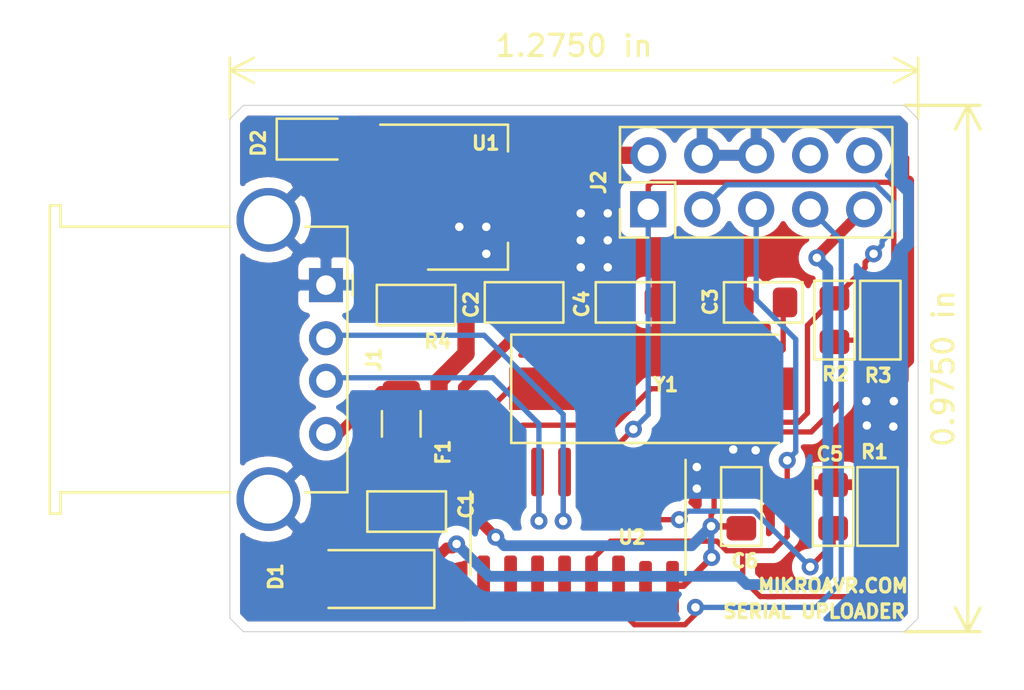
<source format=kicad_pcb>
(kicad_pcb (version 20171130) (host pcbnew 5.1.9-73d0e3b20d~88~ubuntu20.04.1)

  (general
    (thickness 1.6)
    (drawings 14)
    (tracks 211)
    (zones 0)
    (modules 18)
    (nets 16)
  )

  (page A4)
  (layers
    (0 F.Cu signal)
    (31 B.Cu signal)
    (32 B.Adhes user hide)
    (33 F.Adhes user hide)
    (34 B.Paste user)
    (35 F.Paste user)
    (36 B.SilkS user)
    (37 F.SilkS user)
    (38 B.Mask user)
    (39 F.Mask user)
    (40 Dwgs.User user)
    (41 Cmts.User user)
    (42 Eco1.User user)
    (43 Eco2.User user)
    (44 Edge.Cuts user)
    (45 Margin user)
    (46 B.CrtYd user)
    (47 F.CrtYd user)
    (48 B.Fab user)
    (49 F.Fab user)
  )

  (setup
    (last_trace_width 0.25)
    (user_trace_width 0.3048)
    (user_trace_width 0.508)
    (user_trace_width 0.8128)
    (user_trace_width 1.016)
    (trace_clearance 0.1778)
    (zone_clearance 0.4572)
    (zone_45_only no)
    (trace_min 0.2)
    (via_size 0.8)
    (via_drill 0.4)
    (via_min_size 0.4)
    (via_min_drill 0.3)
    (uvia_size 0.3)
    (uvia_drill 0.1)
    (uvias_allowed no)
    (uvia_min_size 0.2)
    (uvia_min_drill 0.1)
    (edge_width 0.05)
    (segment_width 0.2)
    (pcb_text_width 0.3)
    (pcb_text_size 1.5 1.5)
    (mod_edge_width 0.12)
    (mod_text_size 1 1)
    (mod_text_width 0.15)
    (pad_size 5.08 2)
    (pad_drill 0)
    (pad_to_mask_clearance 0.051)
    (solder_mask_min_width 0.25)
    (aux_axis_origin 0 0)
    (visible_elements 7FFFFFFF)
    (pcbplotparams
      (layerselection 0x090fc_ffffffff)
      (usegerberextensions false)
      (usegerberattributes false)
      (usegerberadvancedattributes false)
      (creategerberjobfile false)
      (excludeedgelayer true)
      (linewidth 0.100000)
      (plotframeref false)
      (viasonmask false)
      (mode 1)
      (useauxorigin false)
      (hpglpennumber 1)
      (hpglpenspeed 20)
      (hpglpendiameter 15.000000)
      (psnegative false)
      (psa4output false)
      (plotreference true)
      (plotvalue true)
      (plotinvisibletext false)
      (padsonsilk false)
      (subtractmaskfromsilk false)
      (outputformat 1)
      (mirror false)
      (drillshape 0)
      (scaleselection 1)
      (outputdirectory "gerber_ch340G_uploader/"))
  )

  (net 0 "")
  (net 1 GND)
  (net 2 "Net-(C1-Pad1)")
  (net 3 +3V3)
  (net 4 "Net-(C3-Pad2)")
  (net 5 "Net-(C4-Pad2)")
  (net 6 "Net-(C5-Pad1)")
  (net 7 DTR)
  (net 8 +5V)
  (net 9 "Net-(F1-Pad2)")
  (net 10 D+)
  (net 11 D-)
  (net 12 RTS)
  (net 13 RXD)
  (net 14 TXD)
  (net 15 "Net-(D2-Pad2)")

  (net_class Default "This is the default net class."
    (clearance 0.1778)
    (trace_width 0.25)
    (via_dia 0.8)
    (via_drill 0.4)
    (uvia_dia 0.3)
    (uvia_drill 0.1)
    (add_net +3V3)
    (add_net +5V)
    (add_net D+)
    (add_net D-)
    (add_net DTR)
    (add_net GND)
    (add_net "Net-(C1-Pad1)")
    (add_net "Net-(C3-Pad2)")
    (add_net "Net-(C4-Pad2)")
    (add_net "Net-(C5-Pad1)")
    (add_net "Net-(D2-Pad2)")
    (add_net "Net-(F1-Pad2)")
    (add_net RTS)
    (add_net RXD)
    (add_net TXD)
  )

  (module mikroavr:R0805_rev (layer F.Cu) (tedit 5F45054E) (tstamp 5F57A3BA)
    (at 126.238 70.358 180)
    (path /5F57D8B6)
    (fp_text reference R4 (at -1.016 -1.7145 180) (layer F.SilkS)
      (effects (font (size 0.635 0.635) (thickness 0.15)))
    )
    (fp_text value 1K (at 2 1.7) (layer F.Fab)
      (effects (font (size 1 1) (thickness 0.15)))
    )
    (fp_line (start -1 -0.6) (end 1 -0.6) (layer F.Fab) (width 0.1))
    (fp_line (start -1.85 0.95) (end -1.85 -0.95) (layer F.SilkS) (width 0.12))
    (fp_line (start -1.85 -0.95) (end 1.85 -0.95) (layer F.SilkS) (width 0.12))
    (fp_line (start -1 0.6) (end -1 -0.6) (layer F.Fab) (width 0.1))
    (fp_line (start 1.85 -0.95) (end 1.85 0.95) (layer F.SilkS) (width 0.12))
    (fp_line (start 1 0.6) (end -1 0.6) (layer F.Fab) (width 0.1))
    (fp_line (start 1.85 0.95) (end -1.85 0.95) (layer F.SilkS) (width 0.12))
    (fp_text user %R (at 0 0) (layer F.Fab)
      (effects (font (size 0.5 0.5) (thickness 0.08)))
    )
    (pad 1 smd roundrect (at -1.025 0 180) (size 1.15 1.4) (layers F.Cu F.Paste F.Mask) (roundrect_rratio 0.217391)
      (net 2 "Net-(C1-Pad1)"))
    (pad 2 smd roundrect (at 1.025 0 180) (size 1.15 1.4) (layers F.Cu F.Paste F.Mask) (roundrect_rratio 0.217391)
      (net 15 "Net-(D2-Pad2)"))
    (model ${KISYS3DMOD}/Resistor_SMD.3dshapes/R_0805_2012Metric.wrl
      (at (xyz 0 0 0))
      (scale (xyz 1 1 1))
      (rotate (xyz 0 0 0))
    )
  )

  (module LED_SMD:LED_0805_2012Metric_Pad1.15x1.40mm_HandSolder (layer F.Cu) (tedit 5B4B45C9) (tstamp 5F57A29A)
    (at 121.539 62.5475)
    (descr "LED SMD 0805 (2012 Metric), square (rectangular) end terminal, IPC_7351 nominal, (Body size source: https://docs.google.com/spreadsheets/d/1BsfQQcO9C6DZCsRaXUlFlo91Tg2WpOkGARC1WS5S8t0/edit?usp=sharing), generated with kicad-footprint-generator")
    (tags "LED handsolder")
    (path /5F57E1BF)
    (attr smd)
    (fp_text reference D2 (at -2.7215 0.1905 90) (layer F.SilkS)
      (effects (font (size 0.635 0.635) (thickness 0.15)))
    )
    (fp_text value LED_Small (at 0 1.65) (layer F.Fab)
      (effects (font (size 1 1) (thickness 0.15)))
    )
    (fp_line (start 1 -0.6) (end -0.7 -0.6) (layer F.Fab) (width 0.1))
    (fp_line (start -0.7 -0.6) (end -1 -0.3) (layer F.Fab) (width 0.1))
    (fp_line (start -1 -0.3) (end -1 0.6) (layer F.Fab) (width 0.1))
    (fp_line (start -1 0.6) (end 1 0.6) (layer F.Fab) (width 0.1))
    (fp_line (start 1 0.6) (end 1 -0.6) (layer F.Fab) (width 0.1))
    (fp_line (start 1 -0.96) (end -1.86 -0.96) (layer F.SilkS) (width 0.12))
    (fp_line (start -1.86 -0.96) (end -1.86 0.96) (layer F.SilkS) (width 0.12))
    (fp_line (start -1.86 0.96) (end 1 0.96) (layer F.SilkS) (width 0.12))
    (fp_line (start -1.85 0.95) (end -1.85 -0.95) (layer F.CrtYd) (width 0.05))
    (fp_line (start -1.85 -0.95) (end 1.85 -0.95) (layer F.CrtYd) (width 0.05))
    (fp_line (start 1.85 -0.95) (end 1.85 0.95) (layer F.CrtYd) (width 0.05))
    (fp_line (start 1.85 0.95) (end -1.85 0.95) (layer F.CrtYd) (width 0.05))
    (fp_text user %R (at 0 0) (layer F.Fab)
      (effects (font (size 0.5 0.5) (thickness 0.08)))
    )
    (pad 2 smd roundrect (at 1.025 0) (size 1.15 1.4) (layers F.Cu F.Paste F.Mask) (roundrect_rratio 0.217391)
      (net 15 "Net-(D2-Pad2)"))
    (pad 1 smd roundrect (at -1.025 0) (size 1.15 1.4) (layers F.Cu F.Paste F.Mask) (roundrect_rratio 0.217391)
      (net 1 GND))
    (model ${KISYS3DMOD}/LED_SMD.3dshapes/LED_0805_2012Metric.wrl
      (at (xyz 0 0 0))
      (scale (xyz 1 1 1))
      (rotate (xyz 0 0 0))
    )
  )

  (module mikroavr:R0805_rev (layer F.Cu) (tedit 5F45054E) (tstamp 5EC7BA4B)
    (at 148.082 71.0655 90)
    (path /5EC92147)
    (fp_text reference R3 (at -2.6058 -0.1016) (layer F.SilkS)
      (effects (font (size 0.635 0.635) (thickness 0.1524)))
    )
    (fp_text value 10k (at 2 1.7 90) (layer F.Fab)
      (effects (font (size 1 1) (thickness 0.15)))
    )
    (fp_line (start -1 -0.6) (end 1 -0.6) (layer F.Fab) (width 0.1))
    (fp_line (start -1.85 0.95) (end -1.85 -0.95) (layer F.SilkS) (width 0.12))
    (fp_line (start -1.85 -0.95) (end 1.85 -0.95) (layer F.SilkS) (width 0.12))
    (fp_line (start -1 0.6) (end -1 -0.6) (layer F.Fab) (width 0.1))
    (fp_line (start 1.85 -0.95) (end 1.85 0.95) (layer F.SilkS) (width 0.12))
    (fp_line (start 1 0.6) (end -1 0.6) (layer F.Fab) (width 0.1))
    (fp_line (start 1.85 0.95) (end -1.85 0.95) (layer F.SilkS) (width 0.12))
    (fp_text user %R (at 0 0 90) (layer F.Fab)
      (effects (font (size 0.635 0.635) (thickness 0.1524)))
    )
    (pad 1 smd roundrect (at -1.025 0 90) (size 1.15 1.4) (layers F.Cu F.Paste F.Mask) (roundrect_rratio 0.217391)
      (net 3 +3V3))
    (pad 2 smd roundrect (at 1.025 0 90) (size 1.15 1.4) (layers F.Cu F.Paste F.Mask) (roundrect_rratio 0.217391)
      (net 13 RXD))
    (model ${KISYS3DMOD}/Resistor_SMD.3dshapes/R_0805_2012Metric.wrl
      (at (xyz 0 0 0))
      (scale (xyz 1 1 1))
      (rotate (xyz 0 0 0))
    )
  )

  (module mikroavr:R0805_rev (layer F.Cu) (tedit 5F45054E) (tstamp 5EC7B3EF)
    (at 145.923 71.0655 90)
    (path /5EC91B94)
    (fp_text reference R2 (at -2.5377 0.0508) (layer F.SilkS)
      (effects (font (size 0.635 0.635) (thickness 0.1524)))
    )
    (fp_text value 10k (at 2 1.7 90) (layer F.Fab)
      (effects (font (size 1 1) (thickness 0.15)))
    )
    (fp_line (start -1 -0.6) (end 1 -0.6) (layer F.Fab) (width 0.1))
    (fp_line (start -1.85 0.95) (end -1.85 -0.95) (layer F.SilkS) (width 0.12))
    (fp_line (start -1.85 -0.95) (end 1.85 -0.95) (layer F.SilkS) (width 0.12))
    (fp_line (start -1 0.6) (end -1 -0.6) (layer F.Fab) (width 0.1))
    (fp_line (start 1.85 -0.95) (end 1.85 0.95) (layer F.SilkS) (width 0.12))
    (fp_line (start 1 0.6) (end -1 0.6) (layer F.Fab) (width 0.1))
    (fp_line (start 1.85 0.95) (end -1.85 0.95) (layer F.SilkS) (width 0.12))
    (fp_text user %R (at 0 0 90) (layer F.Fab)
      (effects (font (size 0.635 0.635) (thickness 0.1524)))
    )
    (pad 1 smd roundrect (at -1.025 0 90) (size 1.15 1.4) (layers F.Cu F.Paste F.Mask) (roundrect_rratio 0.217391)
      (net 3 +3V3))
    (pad 2 smd roundrect (at 1.025 0 90) (size 1.15 1.4) (layers F.Cu F.Paste F.Mask) (roundrect_rratio 0.217391)
      (net 14 TXD))
    (model ${KISYS3DMOD}/Resistor_SMD.3dshapes/R_0805_2012Metric.wrl
      (at (xyz 0 0 0))
      (scale (xyz 1 1 1))
      (rotate (xyz 0 0 0))
    )
  )

  (module mikroavr:R0805_rev (layer F.Cu) (tedit 5F45054E) (tstamp 5EC7A591)
    (at 147.955 79.8345 90)
    (path /5EC869A1)
    (fp_text reference R1 (at 2.5698 -0.1476) (layer F.SilkS)
      (effects (font (size 0.635 0.635) (thickness 0.1524)))
    )
    (fp_text value 1K (at 2 1.7 90) (layer F.Fab)
      (effects (font (size 1 1) (thickness 0.15)))
    )
    (fp_line (start -1 -0.6) (end 1 -0.6) (layer F.Fab) (width 0.1))
    (fp_line (start -1.85 0.95) (end -1.85 -0.95) (layer F.SilkS) (width 0.12))
    (fp_line (start -1.85 -0.95) (end 1.85 -0.95) (layer F.SilkS) (width 0.12))
    (fp_line (start -1 0.6) (end -1 -0.6) (layer F.Fab) (width 0.1))
    (fp_line (start 1.85 -0.95) (end 1.85 0.95) (layer F.SilkS) (width 0.12))
    (fp_line (start 1 0.6) (end -1 0.6) (layer F.Fab) (width 0.1))
    (fp_line (start 1.85 0.95) (end -1.85 0.95) (layer F.SilkS) (width 0.12))
    (fp_text user %R (at 0 0 90) (layer F.Fab)
      (effects (font (size 0.635 0.635) (thickness 0.1524)))
    )
    (pad 1 smd roundrect (at -1.025 0 90) (size 1.15 1.4) (layers F.Cu F.Paste F.Mask) (roundrect_rratio 0.217391)
      (net 7 DTR))
    (pad 2 smd roundrect (at 1.025 0 90) (size 1.15 1.4) (layers F.Cu F.Paste F.Mask) (roundrect_rratio 0.217391)
      (net 1 GND))
    (model ${KISYS3DMOD}/Resistor_SMD.3dshapes/R_0805_2012Metric.wrl
      (at (xyz 0 0 0))
      (scale (xyz 1 1 1))
      (rotate (xyz 0 0 0))
    )
  )

  (module mikroavr:C0805 (layer F.Cu) (tedit 5F450698) (tstamp 5EC7C5DC)
    (at 141.5415 79.8345 270)
    (path /5EC8686D)
    (fp_text reference C6 (at 2.5631 -0.1651) (layer F.SilkS)
      (effects (font (size 0.635 0.635) (thickness 0.1524)))
    )
    (fp_text value C_Small (at 0.3 1.7 90) (layer F.Fab)
      (effects (font (size 1 1) (thickness 0.15)))
    )
    (fp_line (start 1.85 -0.95) (end 1.85 0.95) (layer F.SilkS) (width 0.12))
    (fp_line (start 1 -0.6) (end 1 0.6) (layer F.Fab) (width 0.1))
    (fp_line (start -1.85 0.95) (end -1.85 -0.95) (layer F.SilkS) (width 0.12))
    (fp_line (start -1 0.6) (end -1 -0.6) (layer F.Fab) (width 0.1))
    (fp_line (start -1.85 -0.95) (end 1.85 -0.95) (layer F.SilkS) (width 0.12))
    (fp_line (start 1.85 0.95) (end -1.85 0.95) (layer F.SilkS) (width 0.12))
    (pad 2 smd roundrect (at 1.025 0 270) (size 1.15 1.4) (layers F.Cu F.Paste F.Mask) (roundrect_rratio 0.217391)
      (net 3 +3V3))
    (pad 1 smd roundrect (at -1.025 0 270) (size 1.15 1.4) (layers F.Cu F.Paste F.Mask) (roundrect_rratio 0.217391)
      (net 1 GND))
    (model ${KISYS3DMOD}/Capacitor_SMD.3dshapes/C_0805_2012Metric.wrl
      (at (xyz 0 0 0))
      (scale (xyz 1 1 1))
      (rotate (xyz 0 0 0))
    )
  )

  (module mikroavr:C0805 (layer F.Cu) (tedit 5F450698) (tstamp 5EC7DF9F)
    (at 145.8595 79.8345 90)
    (path /5EC84656)
    (fp_text reference C5 (at 2.4698 -0.1476) (layer F.SilkS)
      (effects (font (size 0.635 0.635) (thickness 0.1524)))
    )
    (fp_text value 100nF (at 0.3 1.7 90) (layer F.Fab)
      (effects (font (size 1 1) (thickness 0.15)))
    )
    (fp_line (start 1.85 -0.95) (end 1.85 0.95) (layer F.SilkS) (width 0.12))
    (fp_line (start 1 -0.6) (end 1 0.6) (layer F.Fab) (width 0.1))
    (fp_line (start -1.85 0.95) (end -1.85 -0.95) (layer F.SilkS) (width 0.12))
    (fp_line (start -1 0.6) (end -1 -0.6) (layer F.Fab) (width 0.1))
    (fp_line (start -1.85 -0.95) (end 1.85 -0.95) (layer F.SilkS) (width 0.12))
    (fp_line (start 1.85 0.95) (end -1.85 0.95) (layer F.SilkS) (width 0.12))
    (pad 2 smd roundrect (at 1.025 0 90) (size 1.15 1.4) (layers F.Cu F.Paste F.Mask) (roundrect_rratio 0.217391)
      (net 1 GND))
    (pad 1 smd roundrect (at -1.025 0 90) (size 1.15 1.4) (layers F.Cu F.Paste F.Mask) (roundrect_rratio 0.217391)
      (net 6 "Net-(C5-Pad1)"))
    (model ${KISYS3DMOD}/Capacitor_SMD.3dshapes/C_0805_2012Metric.wrl
      (at (xyz 0 0 0))
      (scale (xyz 1 1 1))
      (rotate (xyz 0 0 0))
    )
  )

  (module mikroavr:C0805 (layer F.Cu) (tedit 5F450698) (tstamp 5EC7977C)
    (at 136.54 70.231 180)
    (path /5EC8FAA3)
    (fp_text reference C4 (at 2.5042 -0.0762 90) (layer F.SilkS)
      (effects (font (size 0.635 0.635) (thickness 0.1524)))
    )
    (fp_text value 22pF (at 0.3 1.7) (layer F.Fab)
      (effects (font (size 1 1) (thickness 0.15)))
    )
    (fp_line (start 1.85 -0.95) (end 1.85 0.95) (layer F.SilkS) (width 0.12))
    (fp_line (start 1 -0.6) (end 1 0.6) (layer F.Fab) (width 0.1))
    (fp_line (start -1.85 0.95) (end -1.85 -0.95) (layer F.SilkS) (width 0.12))
    (fp_line (start -1 0.6) (end -1 -0.6) (layer F.Fab) (width 0.1))
    (fp_line (start -1.85 -0.95) (end 1.85 -0.95) (layer F.SilkS) (width 0.12))
    (fp_line (start 1.85 0.95) (end -1.85 0.95) (layer F.SilkS) (width 0.12))
    (pad 2 smd roundrect (at 1.025 0 180) (size 1.15 1.4) (layers F.Cu F.Paste F.Mask) (roundrect_rratio 0.217391)
      (net 5 "Net-(C4-Pad2)"))
    (pad 1 smd roundrect (at -1.025 0 180) (size 1.15 1.4) (layers F.Cu F.Paste F.Mask) (roundrect_rratio 0.217391)
      (net 1 GND))
    (model ${KISYS3DMOD}/Capacitor_SMD.3dshapes/C_0805_2012Metric.wrl
      (at (xyz 0 0 0))
      (scale (xyz 1 1 1))
      (rotate (xyz 0 0 0))
    )
  )

  (module mikroavr:C0805 (layer F.Cu) (tedit 5F450698) (tstamp 5EC7976B)
    (at 142.5725 70.231)
    (path /5EC8EFBD)
    (fp_text reference C3 (at -2.4915 -0.0254 90) (layer F.SilkS)
      (effects (font (size 0.635 0.635) (thickness 0.1524)))
    )
    (fp_text value 22pF (at 0.3 1.7) (layer F.Fab)
      (effects (font (size 1 1) (thickness 0.15)))
    )
    (fp_line (start 1.85 -0.95) (end 1.85 0.95) (layer F.SilkS) (width 0.12))
    (fp_line (start 1 -0.6) (end 1 0.6) (layer F.Fab) (width 0.1))
    (fp_line (start -1.85 0.95) (end -1.85 -0.95) (layer F.SilkS) (width 0.12))
    (fp_line (start -1 0.6) (end -1 -0.6) (layer F.Fab) (width 0.1))
    (fp_line (start -1.85 -0.95) (end 1.85 -0.95) (layer F.SilkS) (width 0.12))
    (fp_line (start 1.85 0.95) (end -1.85 0.95) (layer F.SilkS) (width 0.12))
    (pad 2 smd roundrect (at 1.025 0) (size 1.15 1.4) (layers F.Cu F.Paste F.Mask) (roundrect_rratio 0.217391)
      (net 4 "Net-(C3-Pad2)"))
    (pad 1 smd roundrect (at -1.025 0) (size 1.15 1.4) (layers F.Cu F.Paste F.Mask) (roundrect_rratio 0.217391)
      (net 1 GND))
    (model ${KISYS3DMOD}/Capacitor_SMD.3dshapes/C_0805_2012Metric.wrl
      (at (xyz 0 0 0))
      (scale (xyz 1 1 1))
      (rotate (xyz 0 0 0))
    )
  )

  (module mikroavr:C0805 (layer F.Cu) (tedit 5F450698) (tstamp 5EC7E175)
    (at 131.318 70.231 180)
    (path /5EC80344)
    (fp_text reference C2 (at 2.4892 -0.1016 90) (layer F.SilkS)
      (effects (font (size 0.635 0.635) (thickness 0.1524)))
    )
    (fp_text value 100nF (at 0.3 1.7) (layer F.Fab)
      (effects (font (size 1 1) (thickness 0.15)))
    )
    (fp_line (start 1.85 -0.95) (end 1.85 0.95) (layer F.SilkS) (width 0.12))
    (fp_line (start 1 -0.6) (end 1 0.6) (layer F.Fab) (width 0.1))
    (fp_line (start -1.85 0.95) (end -1.85 -0.95) (layer F.SilkS) (width 0.12))
    (fp_line (start -1 0.6) (end -1 -0.6) (layer F.Fab) (width 0.1))
    (fp_line (start -1.85 -0.95) (end 1.85 -0.95) (layer F.SilkS) (width 0.12))
    (fp_line (start 1.85 0.95) (end -1.85 0.95) (layer F.SilkS) (width 0.12))
    (pad 2 smd roundrect (at 1.025 0 180) (size 1.15 1.4) (layers F.Cu F.Paste F.Mask) (roundrect_rratio 0.217391)
      (net 1 GND))
    (pad 1 smd roundrect (at -1.025 0 180) (size 1.15 1.4) (layers F.Cu F.Paste F.Mask) (roundrect_rratio 0.217391)
      (net 3 +3V3))
    (model ${KISYS3DMOD}/Capacitor_SMD.3dshapes/C_0805_2012Metric.wrl
      (at (xyz 0 0 0))
      (scale (xyz 1 1 1))
      (rotate (xyz 0 0 0))
    )
  )

  (module mikroavr:C0805 (layer F.Cu) (tedit 5F450698) (tstamp 5EC79749)
    (at 125.7935 80.0735)
    (path /5EC7FD2C)
    (fp_text reference C1 (at 2.8 -0.3 90) (layer F.SilkS)
      (effects (font (size 0.635 0.635) (thickness 0.1524)))
    )
    (fp_text value 100nF (at 0.3 1.7) (layer F.Fab)
      (effects (font (size 1 1) (thickness 0.15)))
    )
    (fp_line (start 1.85 -0.95) (end 1.85 0.95) (layer F.SilkS) (width 0.12))
    (fp_line (start 1 -0.6) (end 1 0.6) (layer F.Fab) (width 0.1))
    (fp_line (start -1.85 0.95) (end -1.85 -0.95) (layer F.SilkS) (width 0.12))
    (fp_line (start -1 0.6) (end -1 -0.6) (layer F.Fab) (width 0.1))
    (fp_line (start -1.85 -0.95) (end 1.85 -0.95) (layer F.SilkS) (width 0.12))
    (fp_line (start 1.85 0.95) (end -1.85 0.95) (layer F.SilkS) (width 0.12))
    (pad 2 smd roundrect (at 1.025 0) (size 1.15 1.4) (layers F.Cu F.Paste F.Mask) (roundrect_rratio 0.217391)
      (net 1 GND))
    (pad 1 smd roundrect (at -1.025 0) (size 1.15 1.4) (layers F.Cu F.Paste F.Mask) (roundrect_rratio 0.217391)
      (net 2 "Net-(C1-Pad1)"))
    (model ${KISYS3DMOD}/Capacitor_SMD.3dshapes/C_0805_2012Metric.wrl
      (at (xyz 0 0 0))
      (scale (xyz 1 1 1))
      (rotate (xyz 0 0 0))
    )
  )

  (module Package_SO:SOIC-16_3.9x9.9mm_P1.27mm (layer F.Cu) (tedit 5FB7D11E) (tstamp 5EC7BE2C)
    (at 133.858 81.091 270)
    (descr "SOIC, 16 Pin (JEDEC MS-012AC, https://www.analog.com/media/en/package-pcb-resources/package/pkg_pdf/soic_narrow-r/r_16.pdf), generated with kicad-footprint-generator ipc_gullwing_generator.py")
    (tags "SOIC SO")
    (path /5EC728DD)
    (attr smd)
    (fp_text reference U2 (at 0.189 -2.54 180) (layer F.SilkS)
      (effects (font (size 0.635 0.635) (thickness 0.1524)))
    )
    (fp_text value CH340G (at 0 5.9 90) (layer F.Fab)
      (effects (font (size 1 1) (thickness 0.15)))
    )
    (fp_line (start 3.7 -5.2) (end -3.7 -5.2) (layer F.CrtYd) (width 0.05))
    (fp_line (start 3.7 5.2) (end 3.7 -5.2) (layer F.CrtYd) (width 0.05))
    (fp_line (start -3.7 5.2) (end 3.7 5.2) (layer F.CrtYd) (width 0.05))
    (fp_line (start -3.7 -5.2) (end -3.7 5.2) (layer F.CrtYd) (width 0.05))
    (fp_line (start -1.95 -3.975) (end -0.975 -4.95) (layer F.Fab) (width 0.1))
    (fp_line (start -1.95 4.95) (end -1.95 -3.975) (layer F.Fab) (width 0.1))
    (fp_line (start 1.95 4.95) (end -1.95 4.95) (layer F.Fab) (width 0.1))
    (fp_line (start 1.95 -4.95) (end 1.95 4.95) (layer F.Fab) (width 0.1))
    (fp_line (start -0.975 -4.95) (end 1.95 -4.95) (layer F.Fab) (width 0.1))
    (fp_line (start 0 -5.06) (end -3.45 -5.06) (layer F.SilkS) (width 0.12))
    (fp_line (start 0 -5.06) (end 1.95 -5.06) (layer F.SilkS) (width 0.12))
    (fp_line (start 0 5.06) (end -1.95 5.06) (layer F.SilkS) (width 0.12))
    (fp_line (start 0 5.06) (end 1.95 5.06) (layer F.SilkS) (width 0.12))
    (fp_text user %R (at 0 0) (layer F.Fab)
      (effects (font (size 0.635 0.635) (thickness 0.1524)))
    )
    (pad 1 smd roundrect (at -2.8782 -4.445 270) (size 2.286 0.6) (layers F.Cu F.Paste F.Mask) (roundrect_rratio 0.25)
      (net 1 GND))
    (pad 2 smd roundrect (at -2.8782 -3.175 270) (size 2.286 0.6) (layers F.Cu F.Paste F.Mask) (roundrect_rratio 0.25)
      (net 14 TXD))
    (pad 3 smd roundrect (at -2.8782 -1.905 270) (size 2.286 0.6) (layers F.Cu F.Paste F.Mask) (roundrect_rratio 0.25)
      (net 13 RXD))
    (pad 4 smd roundrect (at -2.8782 -0.635 270) (size 2.286 0.6) (layers F.Cu F.Paste F.Mask) (roundrect_rratio 0.25)
      (net 6 "Net-(C5-Pad1)"))
    (pad 5 smd roundrect (at -2.8782 0.635 270) (size 2.286 0.6) (layers F.Cu F.Paste F.Mask) (roundrect_rratio 0.25)
      (net 10 D+))
    (pad 6 smd roundrect (at -2.8782 1.905 270) (size 2.286 0.6) (layers F.Cu F.Paste F.Mask) (roundrect_rratio 0.25)
      (net 11 D-))
    (pad 7 smd roundrect (at -2.8782 3.175 270) (size 2.286 0.6) (layers F.Cu F.Paste F.Mask) (roundrect_rratio 0.25)
      (net 4 "Net-(C3-Pad2)"))
    (pad 8 smd roundrect (at -2.8782 4.445 270) (size 2.286 0.6) (layers F.Cu F.Paste F.Mask) (roundrect_rratio 0.25)
      (net 5 "Net-(C4-Pad2)"))
    (pad 9 smd roundrect (at 2.575 4.445 270) (size 3.048 0.6) (layers F.Cu F.Paste F.Mask) (roundrect_rratio 0.25))
    (pad 10 smd roundrect (at 2.575 3.175 270) (size 3.048 0.6) (layers F.Cu F.Paste F.Mask) (roundrect_rratio 0.25))
    (pad 11 smd roundrect (at 2.575 1.905 270) (size 3.048 0.6) (layers F.Cu F.Paste F.Mask) (roundrect_rratio 0.25))
    (pad 12 smd roundrect (at 2.575 0.635 270) (size 3.048 0.6) (layers F.Cu F.Paste F.Mask) (roundrect_rratio 0.25))
    (pad 13 smd roundrect (at 2.575 -0.635 270) (size 3.048 0.6) (layers F.Cu F.Paste F.Mask) (roundrect_rratio 0.25)
      (net 7 DTR))
    (pad 14 smd roundrect (at 2.575 -1.905 270) (size 3.048 0.6) (layers F.Cu F.Paste F.Mask) (roundrect_rratio 0.25)
      (net 12 RTS))
    (pad 15 smd roundrect (at 2.575 -3.175 270) (size 2.54 0.6) (layers F.Cu F.Paste F.Mask) (roundrect_rratio 0.25))
    (pad 16 smd roundrect (at 2.575 -4.445 270) (size 2.54 0.6) (layers F.Cu F.Paste F.Mask) (roundrect_rratio 0.25)
      (net 3 +3V3))
    (model ${KISYS3DMOD}/Package_SO.3dshapes/SOIC-16_3.9x9.9mm_P1.27mm.wrl
      (at (xyz 0 0 0))
      (scale (xyz 1 1 1))
      (rotate (xyz 0 0 0))
    )
  )

  (module Fuse:Fuse_1206_3216Metric (layer F.Cu) (tedit 5B301BBE) (tstamp 5EC7B560)
    (at 125.5395 75.946 90)
    (descr "Fuse SMD 1206 (3216 Metric), square (rectangular) end terminal, IPC_7351 nominal, (Body size source: http://www.tortai-tech.com/upload/download/2011102023233369053.pdf), generated with kicad-footprint-generator")
    (tags resistor)
    (path /5EC787A6)
    (attr smd)
    (fp_text reference F1 (at -1.3335 1.9685 90) (layer F.SilkS)
      (effects (font (size 0.635 0.635) (thickness 0.1524)))
    )
    (fp_text value 500mA (at 0 1.82 90) (layer F.Fab)
      (effects (font (size 1 1) (thickness 0.15)))
    )
    (fp_line (start -1.6 0.8) (end -1.6 -0.8) (layer F.Fab) (width 0.1))
    (fp_line (start -1.6 -0.8) (end 1.6 -0.8) (layer F.Fab) (width 0.1))
    (fp_line (start 1.6 -0.8) (end 1.6 0.8) (layer F.Fab) (width 0.1))
    (fp_line (start 1.6 0.8) (end -1.6 0.8) (layer F.Fab) (width 0.1))
    (fp_line (start -0.602064 -0.91) (end 0.602064 -0.91) (layer F.SilkS) (width 0.12))
    (fp_line (start -0.602064 0.91) (end 0.602064 0.91) (layer F.SilkS) (width 0.12))
    (fp_line (start -2.28 1.12) (end -2.28 -1.12) (layer F.CrtYd) (width 0.05))
    (fp_line (start -2.28 -1.12) (end 2.28 -1.12) (layer F.CrtYd) (width 0.05))
    (fp_line (start 2.28 -1.12) (end 2.28 1.12) (layer F.CrtYd) (width 0.05))
    (fp_line (start 2.28 1.12) (end -2.28 1.12) (layer F.CrtYd) (width 0.05))
    (fp_text user %R (at 0 0 90) (layer F.Fab)
      (effects (font (size 0.635 0.635) (thickness 0.1524)))
    )
    (pad 2 smd roundrect (at 1.4 0 90) (size 1.25 1.75) (layers F.Cu F.Paste F.Mask) (roundrect_rratio 0.2)
      (net 9 "Net-(F1-Pad2)"))
    (pad 1 smd roundrect (at -1.4 0 90) (size 1.25 1.75) (layers F.Cu F.Paste F.Mask) (roundrect_rratio 0.2)
      (net 2 "Net-(C1-Pad1)"))
    (model C:/Users/jimmi/Documents/EAGLE/3D/fuse_silicon_0603L.step
      (offset (xyz 0.0254 -0 0.1016))
      (scale (xyz 1.5 1.4 1.7))
      (rotate (xyz -90 0 0))
    )
    (model /home/mikroavrcom/Documents/mikroavr/learn_kicad/3D_model/fuse.step
      (at (xyz 0 0 0))
      (scale (xyz 1 1 1))
      (rotate (xyz 0 0 0))
    )
  )

  (module Connector_USB:USB_A_Stewart_SS-52100-001_Horizontal (layer F.Cu) (tedit 5CB49A87) (tstamp 5F4B4B93)
    (at 121.9962 69.4182 270)
    (descr "USB A connector https://belfuse.com/resources/drawings/stewartconnector/dr-stw-ss-52100-001.pdf")
    (tags "USB_A Female Connector receptacle")
    (path /5F217411)
    (fp_text reference J1 (at 3.5 -2.26 90) (layer F.SilkS)
      (effects (font (size 0.635 0.635) (thickness 0.1524)))
    )
    (fp_text value USB_A (at 3.5 14.49 90) (layer F.Fab)
      (effects (font (size 1 1) (thickness 0.15)))
    )
    (fp_line (start 10.25 4.74) (end 11.25 4.74) (layer F.CrtYd) (width 0.05))
    (fp_line (start 10.25 11.99) (end 10.25 4.74) (layer F.CrtYd) (width 0.05))
    (fp_line (start 11.25 11.99) (end 10.25 11.99) (layer F.CrtYd) (width 0.05))
    (fp_line (start 11.25 13.49) (end 11.25 11.99) (layer F.CrtYd) (width 0.05))
    (fp_line (start -4.25 13.49) (end 11.25 13.49) (layer F.CrtYd) (width 0.05))
    (fp_line (start -4.25 11.99) (end -4.25 13.49) (layer F.CrtYd) (width 0.05))
    (fp_line (start -3.25 11.99) (end -4.25 11.99) (layer F.CrtYd) (width 0.05))
    (fp_line (start -3.25 4.74) (end -3.25 11.99) (layer F.CrtYd) (width 0.05))
    (fp_line (start 0 -0.76) (end 0.25 -1.01) (layer F.Fab) (width 0.1))
    (fp_line (start -0.25 -1.01) (end 0 -0.76) (layer F.Fab) (width 0.1))
    (fp_line (start -0.5 -1.26) (end 0.5 -1.26) (layer F.SilkS) (width 0.12))
    (fp_line (start -3.75 12.49) (end -3.75 12.99) (layer F.SilkS) (width 0.12))
    (fp_line (start -2.75 12.49) (end -3.75 12.49) (layer F.SilkS) (width 0.12))
    (fp_line (start -2.75 4.49) (end -2.75 12.49) (layer F.SilkS) (width 0.12))
    (fp_line (start -2.75 -1.01) (end -2.75 0.99) (layer F.SilkS) (width 0.12))
    (fp_line (start 9.75 -1.01) (end -2.75 -1.01) (layer F.SilkS) (width 0.12))
    (fp_line (start 9.75 0.99) (end 9.75 -1.01) (layer F.SilkS) (width 0.12))
    (fp_line (start 9.75 12.49) (end 9.75 4.49) (layer F.SilkS) (width 0.12))
    (fp_line (start 10.75 12.49) (end 9.75 12.49) (layer F.SilkS) (width 0.12))
    (fp_line (start 10.75 12.99) (end 10.75 12.49) (layer F.SilkS) (width 0.12))
    (fp_line (start -3.75 12.99) (end 10.75 12.99) (layer F.SilkS) (width 0.12))
    (fp_line (start 9.75 12.49) (end 9.75 -1.01) (layer F.Fab) (width 0.1))
    (fp_line (start -2.75 -1.01) (end 9.75 -1.01) (layer F.Fab) (width 0.1))
    (fp_line (start -2.75 12.49) (end -2.75 -1.01) (layer F.Fab) (width 0.1))
    (fp_line (start -3.75 12.99) (end 10.75 12.99) (layer F.Fab) (width 0.1))
    (fp_line (start -3.75 12.99) (end -3.75 12.49) (layer F.Fab) (width 0.1))
    (fp_line (start -3.75 12.49) (end -2.75 12.49) (layer F.Fab) (width 0.1))
    (fp_line (start 9.75 12.49) (end 10.75 12.49) (layer F.Fab) (width 0.1))
    (fp_line (start 10.75 12.49) (end 10.75 12.99) (layer F.Fab) (width 0.1))
    (fp_line (start 12.15 1.99) (end 11.25 0.69) (layer F.CrtYd) (width 0.05))
    (fp_line (start 10.25 0.69) (end 11.25 0.69) (layer F.CrtYd) (width 0.05))
    (fp_line (start 12.15 1.99) (end 12.15 3.44) (layer F.CrtYd) (width 0.05))
    (fp_line (start 10.25 0.69) (end 10.25 -1.51) (layer F.CrtYd) (width 0.05))
    (fp_line (start 10.25 -1.51) (end -3.25 -1.51) (layer F.CrtYd) (width 0.05))
    (fp_line (start -3.25 0.69) (end -3.25 -1.51) (layer F.CrtYd) (width 0.05))
    (fp_line (start 12.15 3.44) (end 11.25 4.74) (layer F.CrtYd) (width 0.05))
    (fp_line (start -3.25 0.69) (end -4.25 0.69) (layer F.CrtYd) (width 0.05))
    (fp_line (start -5.15 3.44) (end -4.25 4.74) (layer F.CrtYd) (width 0.05))
    (fp_line (start -3.25 4.74) (end -4.25 4.74) (layer F.CrtYd) (width 0.05))
    (fp_line (start -5.15 3.44) (end -5.15 1.99) (layer F.CrtYd) (width 0.05))
    (fp_line (start -5.15 1.99) (end -4.25 0.69) (layer F.CrtYd) (width 0.05))
    (fp_text user %R (at 3.5 5.99 90) (layer F.Fab)
      (effects (font (size 0.635 0.635) (thickness 0.1524)))
    )
    (pad 4 thru_hole circle (at 7 0 270) (size 1.6 1.6) (drill 0.92) (layers *.Cu *.Mask)
      (net 9 "Net-(F1-Pad2)"))
    (pad 3 thru_hole circle (at 4.5 0 270) (size 1.6 1.6) (drill 0.92) (layers *.Cu *.Mask)
      (net 11 D-))
    (pad 2 thru_hole circle (at 2.5 0 270) (size 1.6 1.6) (drill 0.92) (layers *.Cu *.Mask)
      (net 10 D+))
    (pad 1 thru_hole rect (at 0 0 270) (size 1.6 1.6) (drill 0.92) (layers *.Cu *.Mask)
      (net 1 GND))
    (pad 5 thru_hole circle (at -3.07 2.71 270) (size 3 3) (drill 2.3) (layers *.Cu *.Mask)
      (net 1 GND))
    (pad 5 thru_hole circle (at 10.07 2.71 270) (size 3 3) (drill 2.3) (layers *.Cu *.Mask)
      (net 1 GND))
    (model "/home/mikroavrcom/Documents/mikroavr/learn_kicad/3D_model/USB-A Right Angle Solder Plug.stp"
      (offset (xyz 7 0 1))
      (scale (xyz 1 1 1))
      (rotate (xyz 0 0 0))
    )
  )

  (module Connector_PinHeader_2.54mm:PinHeader_2x05_P2.54mm_Vertical (layer F.Cu) (tedit 59FED5CC) (tstamp 5EC79827)
    (at 137.16 65.8495 90)
    (descr "Through hole straight pin header, 2x05, 2.54mm pitch, double rows")
    (tags "Through hole pin header THT 2x05 2.54mm double row")
    (path /5EC9F3AF)
    (fp_text reference J2 (at 1.27 -2.33 90) (layer F.SilkS)
      (effects (font (size 0.635 0.635) (thickness 0.1524)))
    )
    (fp_text value Conn_02x05_Odd_Even (at 1.27 12.49 90) (layer F.Fab)
      (effects (font (size 1 1) (thickness 0.15)))
    )
    (fp_line (start 0 -1.27) (end 3.81 -1.27) (layer F.Fab) (width 0.1))
    (fp_line (start 3.81 -1.27) (end 3.81 11.43) (layer F.Fab) (width 0.1))
    (fp_line (start 3.81 11.43) (end -1.27 11.43) (layer F.Fab) (width 0.1))
    (fp_line (start -1.27 11.43) (end -1.27 0) (layer F.Fab) (width 0.1))
    (fp_line (start -1.27 0) (end 0 -1.27) (layer F.Fab) (width 0.1))
    (fp_line (start -1.33 11.49) (end 3.87 11.49) (layer F.SilkS) (width 0.12))
    (fp_line (start -1.33 1.27) (end -1.33 11.49) (layer F.SilkS) (width 0.12))
    (fp_line (start 3.87 -1.33) (end 3.87 11.49) (layer F.SilkS) (width 0.12))
    (fp_line (start -1.33 1.27) (end 1.27 1.27) (layer F.SilkS) (width 0.12))
    (fp_line (start 1.27 1.27) (end 1.27 -1.33) (layer F.SilkS) (width 0.12))
    (fp_line (start 1.27 -1.33) (end 3.87 -1.33) (layer F.SilkS) (width 0.12))
    (fp_line (start -1.33 0) (end -1.33 -1.33) (layer F.SilkS) (width 0.12))
    (fp_line (start -1.33 -1.33) (end 0 -1.33) (layer F.SilkS) (width 0.12))
    (fp_line (start -1.8 -1.8) (end -1.8 11.95) (layer F.CrtYd) (width 0.05))
    (fp_line (start -1.8 11.95) (end 4.35 11.95) (layer F.CrtYd) (width 0.05))
    (fp_line (start 4.35 11.95) (end 4.35 -1.8) (layer F.CrtYd) (width 0.05))
    (fp_line (start 4.35 -1.8) (end -1.8 -1.8) (layer F.CrtYd) (width 0.05))
    (fp_text user %R (at 1.27 5.08) (layer F.Fab)
      (effects (font (size 0.635 0.635) (thickness 0.1524)))
    )
    (pad 10 thru_hole oval (at 2.54 10.16 90) (size 1.7 1.7) (drill 1) (layers *.Cu *.Mask))
    (pad 9 thru_hole oval (at 0 10.16 90) (size 1.7 1.7) (drill 1) (layers *.Cu *.Mask)
      (net 8 +5V))
    (pad 8 thru_hole oval (at 2.54 7.62 90) (size 1.7 1.7) (drill 1) (layers *.Cu *.Mask))
    (pad 7 thru_hole oval (at 0 7.62 90) (size 1.7 1.7) (drill 1) (layers *.Cu *.Mask)
      (net 12 RTS))
    (pad 6 thru_hole oval (at 2.54 5.08 90) (size 1.7 1.7) (drill 1) (layers *.Cu *.Mask)
      (net 1 GND))
    (pad 5 thru_hole oval (at 0 5.08 90) (size 1.7 1.7) (drill 1) (layers *.Cu *.Mask)
      (net 7 DTR))
    (pad 4 thru_hole oval (at 2.54 2.54 90) (size 1.7 1.7) (drill 1) (layers *.Cu *.Mask)
      (net 1 GND))
    (pad 3 thru_hole oval (at 0 2.54 90) (size 1.7 1.7) (drill 1) (layers *.Cu *.Mask)
      (net 14 TXD))
    (pad 2 thru_hole oval (at 2.54 0 90) (size 1.7 1.7) (drill 1) (layers *.Cu *.Mask)
      (net 3 +3V3))
    (pad 1 thru_hole rect (at 0 0 90) (size 1.7 1.7) (drill 1) (layers *.Cu *.Mask)
      (net 13 RXD))
    (model ${KISYS3DMOD}/Connector_PinHeader_2.54mm.3dshapes/PinHeader_2x05_P2.54mm_Vertical.wrl
      (at (xyz 0 0 0))
      (scale (xyz 1 1 1))
      (rotate (xyz 0 0 0))
    )
  )

  (module Crystal:Crystal_SMD_HC49-SD (layer F.Cu) (tedit 600832E0) (tstamp 5EC79875)
    (at 137.414 74.295)
    (descr "SMD Crystal HC-49-SD http://cdn-reichelt.de/documents/datenblatt/B400/xxx-HC49-SMD.pdf, 11.4x4.7mm^2 package")
    (tags "SMD SMT crystal")
    (path /5EC8CCD9)
    (attr smd)
    (fp_text reference Y1 (at 0.5715 -0.1905) (layer F.SilkS)
      (effects (font (size 0.635 0.635) (thickness 0.1524)))
    )
    (fp_text value 12MHz (at 0 3.55) (layer F.Fab)
      (effects (font (size 1 1) (thickness 0.15)))
    )
    (fp_line (start -5.7 -2.35) (end -5.7 2.35) (layer F.Fab) (width 0.1))
    (fp_line (start -5.7 2.35) (end 5.7 2.35) (layer F.Fab) (width 0.1))
    (fp_line (start 5.7 2.35) (end 5.7 -2.35) (layer F.Fab) (width 0.1))
    (fp_line (start 5.7 -2.35) (end -5.7 -2.35) (layer F.Fab) (width 0.1))
    (fp_line (start -3.015 -2.115) (end 3.015 -2.115) (layer F.Fab) (width 0.1))
    (fp_line (start -3.015 2.115) (end 3.015 2.115) (layer F.Fab) (width 0.1))
    (fp_line (start 5.9 -2.55) (end -6.7 -2.55) (layer F.SilkS) (width 0.12))
    (fp_line (start -6.7 -2.55) (end -6.7 2.55) (layer F.SilkS) (width 0.12))
    (fp_line (start -6.7 2.55) (end 5.9 2.55) (layer F.SilkS) (width 0.12))
    (fp_line (start -6.8 -2.6) (end -6.8 2.6) (layer F.CrtYd) (width 0.05))
    (fp_line (start -6.8 2.6) (end 6.8 2.6) (layer F.CrtYd) (width 0.05))
    (fp_line (start 6.8 2.6) (end 6.8 -2.6) (layer F.CrtYd) (width 0.05))
    (fp_line (start 6.8 -2.6) (end -6.8 -2.6) (layer F.CrtYd) (width 0.05))
    (fp_arc (start 3.015 0) (end 3.015 -2.115) (angle 180) (layer F.Fab) (width 0.1))
    (fp_arc (start -3.015 0) (end -3.015 -2.115) (angle -180) (layer F.Fab) (width 0.1))
    (fp_text user %R (at 0 0) (layer F.Fab)
      (effects (font (size 0.635 0.635) (thickness 0.1524)))
    )
    (pad 2 smd rect (at 4.25 0) (size 5.08 2) (layers F.Cu F.Paste F.Mask)
      (net 4 "Net-(C3-Pad2)"))
    (pad 1 smd rect (at -4.25 0) (size 5.08 2) (layers F.Cu F.Paste F.Mask)
      (net 5 "Net-(C4-Pad2)"))
    (model ${KISYS3DMOD}/Crystal.3dshapes/Crystal_SMD_HC49-SD.wrl
      (at (xyz 0 0 0))
      (scale (xyz 1 1 1))
      (rotate (xyz 0 0 0))
    )
  )

  (module Package_TO_SOT_SMD:SOT-223-3_TabPin2 (layer F.Cu) (tedit 5A02FF57) (tstamp 5EC7D796)
    (at 128.651 65.278)
    (descr "module CMS SOT223 4 pins")
    (tags "CMS SOT")
    (path /5EC79C5D)
    (attr smd)
    (fp_text reference U1 (at 0.864 -2.54) (layer F.SilkS)
      (effects (font (size 0.635 0.635) (thickness 0.1524)))
    )
    (fp_text value AMS1117-3.3 (at 0 4.5) (layer F.Fab)
      (effects (font (size 1 1) (thickness 0.15)))
    )
    (fp_line (start 1.91 3.41) (end 1.91 2.15) (layer F.SilkS) (width 0.12))
    (fp_line (start 1.91 -3.41) (end 1.91 -2.15) (layer F.SilkS) (width 0.12))
    (fp_line (start 4.4 -3.6) (end -4.4 -3.6) (layer F.CrtYd) (width 0.05))
    (fp_line (start 4.4 3.6) (end 4.4 -3.6) (layer F.CrtYd) (width 0.05))
    (fp_line (start -4.4 3.6) (end 4.4 3.6) (layer F.CrtYd) (width 0.05))
    (fp_line (start -4.4 -3.6) (end -4.4 3.6) (layer F.CrtYd) (width 0.05))
    (fp_line (start -1.85 -2.35) (end -0.85 -3.35) (layer F.Fab) (width 0.1))
    (fp_line (start -1.85 -2.35) (end -1.85 3.35) (layer F.Fab) (width 0.1))
    (fp_line (start -1.85 3.41) (end 1.91 3.41) (layer F.SilkS) (width 0.12))
    (fp_line (start -0.85 -3.35) (end 1.85 -3.35) (layer F.Fab) (width 0.1))
    (fp_line (start -4.1 -3.41) (end 1.91 -3.41) (layer F.SilkS) (width 0.12))
    (fp_line (start -1.85 3.35) (end 1.85 3.35) (layer F.Fab) (width 0.1))
    (fp_line (start 1.85 -3.35) (end 1.85 3.35) (layer F.Fab) (width 0.1))
    (fp_text user %R (at 0 0 90) (layer F.Fab)
      (effects (font (size 0.635 0.635) (thickness 0.1524)))
    )
    (pad 1 smd rect (at -3.15 -2.3) (size 2 1.5) (layers F.Cu F.Paste F.Mask)
      (net 1 GND))
    (pad 3 smd rect (at -3.15 2.3) (size 2 1.5) (layers F.Cu F.Paste F.Mask)
      (net 2 "Net-(C1-Pad1)"))
    (pad 2 smd rect (at -3.15 0) (size 2 1.5) (layers F.Cu F.Paste F.Mask)
      (net 3 +3V3))
    (pad 2 smd rect (at 3.15 0) (size 2 3.8) (layers F.Cu F.Paste F.Mask)
      (net 3 +3V3))
    (model ${KISYS3DMOD}/Package_TO_SOT_SMD.3dshapes/SOT-223.wrl
      (at (xyz 0 0 0))
      (scale (xyz 1 1 1))
      (rotate (xyz 0 0 0))
    )
  )

  (module Diode_SMD:D_SOD-128 (layer F.Cu) (tedit 5ECF6990) (tstamp 5EC7C0C1)
    (at 124.0155 83.2485 180)
    (descr "D_SOD-128 (CFP5 SlimSMAW), https://assets.nexperia.com/documents/outline-drawing/SOD128.pdf")
    (tags D_SOD-128)
    (path /5EC7C2FD)
    (attr smd)
    (fp_text reference D1 (at 4.3815 0.1143 90) (layer F.SilkS)
      (effects (font (size 0.635 0.635) (thickness 0.1524)))
    )
    (fp_text value D_Schottky (at 0 2) (layer F.Fab)
      (effects (font (size 1 1) (thickness 0.15)))
    )
    (fp_line (start -3.08 -1.36) (end -3.08 1.36) (layer F.SilkS) (width 0.12))
    (fp_line (start 0.25 0) (end 0.75 0) (layer F.Fab) (width 0.1))
    (fp_line (start 0.25 0.4) (end -0.35 0) (layer F.Fab) (width 0.1))
    (fp_line (start 0.25 -0.4) (end 0.25 0.4) (layer F.Fab) (width 0.1))
    (fp_line (start -0.35 0) (end 0.25 -0.4) (layer F.Fab) (width 0.1))
    (fp_line (start -0.35 0) (end -0.35 0.55) (layer F.Fab) (width 0.1))
    (fp_line (start -0.35 0) (end -0.35 -0.55) (layer F.Fab) (width 0.1))
    (fp_line (start -0.75 0) (end -0.35 0) (layer F.Fab) (width 0.1))
    (fp_line (start -1.9 1.25) (end -1.9 -1.25) (layer F.Fab) (width 0.1))
    (fp_line (start 1.9 1.25) (end -1.9 1.25) (layer F.Fab) (width 0.1))
    (fp_line (start 1.9 -1.25) (end 1.9 1.25) (layer F.Fab) (width 0.1))
    (fp_line (start -1.9 -1.25) (end 1.9 -1.25) (layer F.Fab) (width 0.1))
    (fp_line (start -3.15 -1.5) (end 3.15 -1.5) (layer F.CrtYd) (width 0.05))
    (fp_line (start 3.15 -1.5) (end 3.15 1.5) (layer F.CrtYd) (width 0.05))
    (fp_line (start 3.15 1.5) (end -3.15 1.5) (layer F.CrtYd) (width 0.05))
    (fp_line (start -3.15 -1.5) (end -3.15 1.5) (layer F.CrtYd) (width 0.05))
    (fp_line (start -3.08 1.36) (end 1.9 1.36) (layer F.SilkS) (width 0.12))
    (fp_line (start -3.08 -1.36) (end 1.9 -1.36) (layer F.SilkS) (width 0.12))
    (fp_text user %R (at 0 -2) (layer F.Fab)
      (effects (font (size 0.635 0.635) (thickness 0.1524)))
    )
    (pad 2 smd rect (at 2.2 0 180) (size 2.4 2.1) (layers F.Cu F.Paste F.Mask)
      (net 2 "Net-(C1-Pad1)"))
    (pad 1 smd rect (at -2.2 0 180) (size 2.4 2.1) (layers F.Cu F.Paste F.Mask)
      (net 8 +5V))
    (model C:/Users/jimmi/Documents/EAGLE/3D/SS34.step
      (at (xyz 0 0 0))
      (scale (xyz 1 1 1))
      (rotate (xyz 0 0 0))
    )
    (model /home/mikroavrcom/Documents/mikroavr/learn_kicad/3D_model/SS34.step
      (at (xyz 0 0 0))
      (scale (xyz 1 1 1))
      (rotate (xyz 0 0 0))
    )
  )

  (dimension 24.765 (width 0.15) (layer F.SilkS)
    (gr_text "24.765 mm" (at 153.4968 73.3425 270) (layer F.SilkS)
      (effects (font (size 1 1) (thickness 0.15)))
    )
    (feature1 (pts (xy 149.225 85.725) (xy 152.783221 85.725)))
    (feature2 (pts (xy 149.225 60.96) (xy 152.783221 60.96)))
    (crossbar (pts (xy 152.1968 60.96) (xy 152.1968 85.725)))
    (arrow1a (pts (xy 152.1968 85.725) (xy 151.610379 84.598496)))
    (arrow1b (pts (xy 152.1968 85.725) (xy 152.783221 84.598496)))
    (arrow2a (pts (xy 152.1968 60.96) (xy 151.610379 62.086504)))
    (arrow2b (pts (xy 152.1968 60.96) (xy 152.783221 62.086504)))
  )
  (dimension 32.385 (width 0.15) (layer Cmts.User)
    (gr_text "32.385 mm" (at 133.6675 89.1078) (layer Cmts.User)
      (effects (font (size 1 1) (thickness 0.15)))
    )
    (feature1 (pts (xy 149.86 85.09) (xy 149.86 88.394221)))
    (feature2 (pts (xy 117.475 85.09) (xy 117.475 88.394221)))
    (crossbar (pts (xy 117.475 87.8078) (xy 149.86 87.8078)))
    (arrow1a (pts (xy 149.86 87.8078) (xy 148.733496 88.394221)))
    (arrow1b (pts (xy 149.86 87.8078) (xy 148.733496 87.221379)))
    (arrow2a (pts (xy 117.475 87.8078) (xy 118.601504 88.394221)))
    (arrow2b (pts (xy 117.475 87.8078) (xy 118.601504 87.221379)))
  )
  (dimension 32.385 (width 0.12) (layer F.SilkS)
    (gr_text "32.385 mm" (at 133.6675 58.039) (layer F.SilkS)
      (effects (font (size 1 1) (thickness 0.15)))
    )
    (feature1 (pts (xy 149.86 61.595) (xy 149.86 58.722579)))
    (feature2 (pts (xy 117.475 61.595) (xy 117.475 58.722579)))
    (crossbar (pts (xy 117.475 59.309) (xy 149.86 59.309)))
    (arrow1a (pts (xy 149.86 59.309) (xy 148.733496 59.895421)))
    (arrow1b (pts (xy 149.86 59.309) (xy 148.733496 58.722579)))
    (arrow2a (pts (xy 117.475 59.309) (xy 118.601504 59.895421)))
    (arrow2b (pts (xy 117.475 59.309) (xy 118.601504 58.722579)))
  )
  (gr_line (start 149.225 60.96) (end 118.11 60.96) (layer Edge.Cuts) (width 0.05) (tstamp 5EC7C26C))
  (gr_line (start 149.86 85.09) (end 149.86 61.595) (layer Edge.Cuts) (width 0.05) (tstamp 5EC7C2A7))
  (gr_text "SERIAL UPLOADER\n" (at 144.9705 84.7725) (layer F.SilkS)
    (effects (font (size 0.635 0.635) (thickness 0.15875)))
  )
  (gr_line (start 118.11 85.725) (end 149.225 85.725) (layer Edge.Cuts) (width 0.05) (tstamp 5EC7C29E))
  (gr_line (start 117.475 61.595) (end 117.475 85.09) (layer Edge.Cuts) (width 0.05) (tstamp 5EC7C291))
  (gr_line (start 118.11 60.96) (end 118.11 60.96) (layer Edge.Cuts) (width 0.05) (tstamp 5EC7C28E))
  (gr_line (start 149.86 61.595) (end 149.225 60.96) (layer Edge.Cuts) (width 0.05))
  (gr_line (start 117.475 61.595) (end 118.11 60.96) (layer Edge.Cuts) (width 0.05))
  (gr_line (start 117.475 85.09) (end 118.11 85.725) (layer Edge.Cuts) (width 0.05))
  (gr_line (start 149.225 85.725) (end 149.86 85.09) (layer Edge.Cuts) (width 0.05) (tstamp 5EC7C24F))
  (gr_text MIKROAVR.COM (at 145.8595 83.566) (layer F.SilkS)
    (effects (font (size 0.635 0.635) (thickness 0.15875)))
  )

  (segment (start 149.098 67.818) (end 149.40319 67.51281) (width 0.508) (layer B.Cu) (net 1))
  (segment (start 149.098 68.199) (end 149.098 67.818) (width 0.508) (layer B.Cu) (net 1))
  (segment (start 149.40319 67.51281) (end 149.40319 64.69419) (width 0.508) (layer B.Cu) (net 1))
  (segment (start 149.1615 73.279) (end 149.1615 73.2155) (width 0.508) (layer F.Cu) (net 1))
  (via (at 139.446 77.978) (size 0.8) (drill 0.4) (layers F.Cu B.Cu) (net 1))
  (via (at 139.446 78.994) (size 0.8) (drill 0.4) (layers F.Cu B.Cu) (net 1))
  (via (at 142.2146 77.1906) (size 0.8) (drill 0.4) (layers F.Cu B.Cu) (net 1))
  (via (at 148.6916 76.073) (size 0.8) (drill 0.4) (layers F.Cu B.Cu) (net 1))
  (via (at 148.717 74.8792) (size 0.8) (drill 0.4) (layers F.Cu B.Cu) (net 1))
  (via (at 147.4216 74.8792) (size 0.8) (drill 0.4) (layers F.Cu B.Cu) (net 1))
  (via (at 147.447 76.0222) (size 0.8) (drill 0.4) (layers F.Cu B.Cu) (net 1))
  (via (at 133.985 68.58) (size 0.8) (drill 0.4) (layers F.Cu B.Cu) (net 1))
  (via (at 135.255 68.58) (size 0.8) (drill 0.4) (layers F.Cu B.Cu) (net 1))
  (via (at 128.27 66.675) (size 0.8) (drill 0.4) (layers F.Cu B.Cu) (net 1))
  (via (at 129.54 66.675) (size 0.8) (drill 0.4) (layers F.Cu B.Cu) (net 1))
  (via (at 129.54 67.945) (size 0.8) (drill 0.4) (layers F.Cu B.Cu) (net 1))
  (via (at 133.985 67.31) (size 0.8) (drill 0.4) (layers F.Cu B.Cu) (net 1))
  (via (at 135.255 67.31) (size 0.8) (drill 0.4) (layers F.Cu B.Cu) (net 1))
  (via (at 135.255 66.04) (size 0.8) (drill 0.4) (layers F.Cu B.Cu) (net 1))
  (via (at 133.985 66.04) (size 0.8) (drill 0.4) (layers F.Cu B.Cu) (net 1))
  (via (at 141.1605 77.1525) (size 0.8) (drill 0.4) (layers F.Cu B.Cu) (net 1))
  (segment (start 149.1615 73.869015) (end 149.1615 73.2155) (width 0.508) (layer F.Cu) (net 1))
  (segment (start 148.717 74.313515) (end 149.1615 73.869015) (width 0.3048) (layer F.Cu) (net 1))
  (segment (start 148.717 74.8792) (end 148.717 74.313515) (width 0.3048) (layer F.Cu) (net 1))
  (segment (start 149.2885 63.4365) (end 149.1615 63.3095) (width 0.3048) (layer F.Cu) (net 1))
  (segment (start 149.2885 64.389) (end 149.2885 63.4365) (width 0.3048) (layer F.Cu) (net 1))
  (segment (start 149.4155 64.516) (end 149.2885 64.389) (width 0.3048) (layer F.Cu) (net 1))
  (segment (start 149.1615 73.2155) (end 149.4155 72.9615) (width 0.508) (layer F.Cu) (net 1))
  (segment (start 149.4155 72.9615) (end 149.4155 64.516) (width 0.508) (layer F.Cu) (net 1))
  (segment (start 123.6357 80.0735) (end 124.856 80.0735) (width 0.508) (layer F.Cu) (net 2))
  (segment (start 121.8155 81.8937) (end 123.6357 80.0735) (width 0.508) (layer F.Cu) (net 2))
  (segment (start 121.8155 83.2485) (end 121.8155 81.8937) (width 0.508) (layer F.Cu) (net 2))
  (segment (start 125.473 77.219) (end 126.238 77.219) (width 0.508) (layer F.Cu) (net 2))
  (segment (start 124.856 79.3735) (end 124.841 79.3585) (width 0.508) (layer F.Cu) (net 2))
  (segment (start 124.856 80.0735) (end 124.856 79.3735) (width 0.508) (layer F.Cu) (net 2))
  (segment (start 124.841 79.3585) (end 124.841 77.851) (width 0.508) (layer F.Cu) (net 2))
  (segment (start 124.841 77.851) (end 125.473 77.219) (width 0.508) (layer F.Cu) (net 2))
  (segment (start 128.5875 69.1565) (end 127.009 67.578) (width 0.8128) (layer F.Cu) (net 2))
  (segment (start 127.113 77.219) (end 127.3175 77.0145) (width 0.8128) (layer F.Cu) (net 2))
  (segment (start 126.238 77.219) (end 127.113 77.219) (width 0.8128) (layer F.Cu) (net 2))
  (segment (start 127.009 67.578) (end 125.501 67.578) (width 0.8128) (layer F.Cu) (net 2))
  (segment (start 127.3175 77.0145) (end 127.3175 73.914) (width 0.8128) (layer F.Cu) (net 2))
  (segment (start 127.3175 73.914) (end 128.5875 72.644) (width 0.8128) (layer F.Cu) (net 2))
  (segment (start 128.397 70.358) (end 127.263 70.358) (width 0.508) (layer F.Cu) (net 2))
  (segment (start 128.5875 70.1675) (end 128.397 70.358) (width 0.508) (layer F.Cu) (net 2))
  (segment (start 128.5875 70.1675) (end 128.5875 69.1565) (width 0.8128) (layer F.Cu) (net 2))
  (segment (start 128.5875 72.644) (end 128.5875 70.1675) (width 0.8128) (layer F.Cu) (net 2))
  (segment (start 125.501 65.278) (end 131.801 65.278) (width 1.016) (layer F.Cu) (net 3))
  (segment (start 137.16 63.3095) (end 134.3025 63.3095) (width 0.8128) (layer F.Cu) (net 3))
  (segment (start 133.7945 63.8175) (end 133.7945 64.7925) (width 0.8128) (layer F.Cu) (net 3))
  (segment (start 133.309 65.278) (end 131.801 65.278) (width 0.8128) (layer F.Cu) (net 3))
  (segment (start 133.7945 64.7925) (end 133.309 65.278) (width 0.8128) (layer F.Cu) (net 3))
  (segment (start 134.3025 63.3095) (end 133.7945 63.8175) (width 0.8128) (layer F.Cu) (net 3))
  (via (at 129.9845 81.28) (size 0.8) (drill 0.4) (layers F.Cu B.Cu) (net 3))
  (segment (start 140.128535 80.772) (end 140.119923 80.763388) (width 0.3048) (layer F.Cu) (net 3))
  (segment (start 141.5415 80.772) (end 140.128535 80.772) (width 0.3048) (layer F.Cu) (net 3))
  (segment (start 140.119923 80.763388) (end 140.119923 82.207923) (width 0.3048) (layer B.Cu) (net 3))
  (segment (start 140.119923 82.207923) (end 140.1445 82.2325) (width 0.3048) (layer B.Cu) (net 3))
  (segment (start 139.203312 81.679999) (end 139.719924 81.163387) (width 0.508) (layer B.Cu) (net 3))
  (segment (start 130.384499 81.679999) (end 139.203312 81.679999) (width 0.508) (layer B.Cu) (net 3))
  (segment (start 138.811 83.566) (end 140.1445 82.2325) (width 0.3048) (layer F.Cu) (net 3))
  (via (at 140.1445 82.2325) (size 0.8) (drill 0.4) (layers F.Cu B.Cu) (net 3))
  (segment (start 139.719924 81.163387) (end 140.119923 80.763388) (width 0.508) (layer B.Cu) (net 3))
  (segment (start 138.303 83.566) (end 138.811 83.566) (width 0.3048) (layer F.Cu) (net 3))
  (via (at 140.119923 80.763388) (size 0.8) (drill 0.4) (layers F.Cu B.Cu) (net 3))
  (segment (start 129.9845 81.28) (end 130.384499 81.679999) (width 0.508) (layer B.Cu) (net 3))
  (segment (start 140.259212 80.058414) (end 140.119923 80.197703) (width 0.25) (layer F.Cu) (net 3))
  (segment (start 140.259212 76.783788) (end 140.259212 80.058414) (width 0.25) (layer F.Cu) (net 3))
  (segment (start 140.119923 80.197703) (end 140.119923 80.763388) (width 0.25) (layer F.Cu) (net 3))
  (segment (start 140.716 76.327) (end 140.259212 76.783788) (width 0.25) (layer F.Cu) (net 3))
  (segment (start 144.8308 76.327) (end 140.716 76.327) (width 0.25) (layer F.Cu) (net 3))
  (segment (start 146.2405 74.9173) (end 144.8308 76.327) (width 0.25) (layer F.Cu) (net 3))
  (segment (start 148.3995 72.106) (end 148.463 72.0425) (width 0.25) (layer F.Cu) (net 3))
  (segment (start 148.463 72.0425) (end 148.4295 72.009) (width 0.25) (layer F.Cu) (net 3))
  (segment (start 146.304 72.009) (end 146.2405 72.0725) (width 0.25) (layer F.Cu) (net 3))
  (segment (start 148.4295 72.009) (end 146.304 72.009) (width 0.25) (layer F.Cu) (net 3))
  (segment (start 146.2405 72.0725) (end 146.2405 74.9173) (width 0.25) (layer F.Cu) (net 3))
  (segment (start 129.584501 80.880001) (end 129.9845 81.28) (width 0.508) (layer F.Cu) (net 3))
  (segment (start 128.4605 79.756) (end 129.584501 80.880001) (width 0.508) (layer F.Cu) (net 3))
  (segment (start 128.4605 74.2315) (end 128.4605 79.756) (width 0.508) (layer F.Cu) (net 3))
  (segment (start 132.2555 70.4365) (end 128.4605 74.2315) (width 0.508) (layer F.Cu) (net 3))
  (segment (start 132.2555 65.7325) (end 132.2555 70.4365) (width 0.508) (layer F.Cu) (net 3))
  (segment (start 131.801 65.278) (end 132.2555 65.7325) (width 0.508) (layer F.Cu) (net 3))
  (segment (start 143.51 72.449) (end 141.664 74.295) (width 0.25) (layer F.Cu) (net 4))
  (segment (start 143.51 70.0405) (end 143.51 72.449) (width 0.25) (layer F.Cu) (net 4))
  (segment (start 130.683 78.616) (end 130.683 76.581) (width 0.25) (layer F.Cu) (net 4))
  (segment (start 131.2545 76.0095) (end 135.5725 76.0095) (width 0.25) (layer F.Cu) (net 4))
  (segment (start 139.164 74.295) (end 141.664 74.295) (width 0.25) (layer F.Cu) (net 4))
  (segment (start 130.683 76.581) (end 131.2545 76.0095) (width 0.25) (layer F.Cu) (net 4))
  (segment (start 135.5725 76.0095) (end 137.287 74.295) (width 0.25) (layer F.Cu) (net 4))
  (segment (start 137.287 74.295) (end 139.164 74.295) (width 0.25) (layer F.Cu) (net 4))
  (segment (start 130.664 74.295) (end 133.164 74.295) (width 0.25) (layer F.Cu) (net 5))
  (segment (start 129.413 75.546) (end 130.664 74.295) (width 0.25) (layer F.Cu) (net 5))
  (segment (start 129.413 78.616) (end 129.413 75.546) (width 0.25) (layer F.Cu) (net 5))
  (segment (start 133.164 72.479) (end 135.6025 70.0405) (width 0.25) (layer F.Cu) (net 5))
  (segment (start 133.164 74.295) (end 133.164 72.479) (width 0.25) (layer F.Cu) (net 5))
  (segment (start 134.493 78.616) (end 134.493 79.121) (width 0.25) (layer F.Cu) (net 6))
  (segment (start 134.493 79.121) (end 134.493 79.5655) (width 0.25) (layer F.Cu) (net 6))
  (via (at 138.6205 80.4545) (size 0.8) (drill 0.4) (layers F.Cu B.Cu) (net 6))
  (segment (start 134.493 79.5655) (end 135.382 80.4545) (width 0.25) (layer F.Cu) (net 6))
  (segment (start 135.382 80.4545) (end 138.6205 80.4545) (width 0.25) (layer F.Cu) (net 6))
  (segment (start 145.8595 81.5975) (end 144.78 82.677) (width 0.25) (layer F.Cu) (net 6))
  (via (at 144.78 82.677) (size 0.8) (drill 0.4) (layers F.Cu B.Cu) (net 6))
  (segment (start 145.8595 80.757) (end 145.8595 81.5975) (width 0.25) (layer F.Cu) (net 6))
  (segment (start 144.380001 82.277001) (end 144.78 82.677) (width 0.25) (layer B.Cu) (net 6))
  (segment (start 138.6205 80.4545) (end 139.020499 80.054501) (width 0.25) (layer B.Cu) (net 6))
  (segment (start 139.020499 80.054501) (end 142.157501 80.054501) (width 0.25) (layer B.Cu) (net 6))
  (segment (start 142.157501 80.054501) (end 144.380001 82.277001) (width 0.25) (layer B.Cu) (net 6))
  (segment (start 143.03 81.915) (end 143.7005 81.2445) (width 0.25) (layer F.Cu) (net 7))
  (segment (start 143.7005 81.2445) (end 143.7005 80.757) (width 0.25) (layer F.Cu) (net 7))
  (segment (start 147.955 80.772) (end 147.955 81.2595) (width 0.25) (layer F.Cu) (net 7))
  (segment (start 147.955 81.2595) (end 147.955 82.7405) (width 0.25) (layer F.Cu) (net 7))
  (segment (start 147.955 82.7405) (end 146.617199 84.078301) (width 0.25) (layer F.Cu) (net 7))
  (segment (start 141.605 81.915) (end 141.605 83.2485) (width 0.25) (layer F.Cu) (net 7))
  (segment (start 141.605 81.915) (end 143.03 81.915) (width 0.25) (layer F.Cu) (net 7))
  (segment (start 142.4305 84.074) (end 143.129 84.074) (width 0.25) (layer F.Cu) (net 7))
  (segment (start 146.617199 84.078301) (end 143.129 84.074) (width 0.25) (layer F.Cu) (net 7))
  (segment (start 141.605 83.2485) (end 142.4305 84.074) (width 0.25) (layer F.Cu) (net 7))
  (segment (start 143.129 84.074) (end 142.752301 84.078301) (width 0.25) (layer F.Cu) (net 7))
  (segment (start 140.843 81.915) (end 141.605 81.915) (width 0.25) (layer F.Cu) (net 7))
  (segment (start 134.493 83.566) (end 134.493 82.3595) (width 0.25) (layer F.Cu) (net 7))
  (segment (start 140.394198 81.466198) (end 140.843 81.915) (width 0.25) (layer F.Cu) (net 7))
  (segment (start 135.386302 81.466198) (end 140.394198 81.466198) (width 0.25) (layer F.Cu) (net 7))
  (segment (start 134.493 82.3595) (end 135.386302 81.466198) (width 0.25) (layer F.Cu) (net 7))
  (via (at 143.7005 77.6648) (size 0.8) (drill 0.4) (layers F.Cu B.Cu) (net 7))
  (segment (start 144.100499 77.264801) (end 144.100499 71.964499) (width 0.25) (layer B.Cu) (net 7))
  (segment (start 143.7005 77.6648) (end 144.100499 77.264801) (width 0.25) (layer B.Cu) (net 7))
  (segment (start 142.24 70.104) (end 142.24 65.8495) (width 0.25) (layer B.Cu) (net 7))
  (segment (start 144.100499 71.964499) (end 142.24 70.104) (width 0.25) (layer B.Cu) (net 7))
  (segment (start 143.7005 80.757) (end 143.7005 78.6765) (width 0.25) (layer F.Cu) (net 7))
  (segment (start 143.7005 78.6765) (end 143.7005 77.6648) (width 0.25) (layer F.Cu) (net 7))
  (segment (start 143.7005 78.882) (end 143.7005 78.6765) (width 0.25) (layer F.Cu) (net 7))
  (via (at 128.143 81.5975) (size 0.8) (drill 0.4) (layers F.Cu B.Cu) (net 8))
  (segment (start 128.143 81.5975) (end 129.667 83.1215) (width 0.508) (layer B.Cu) (net 8))
  (segment (start 129.667 83.1215) (end 141.4145 83.1215) (width 0.508) (layer B.Cu) (net 8))
  (segment (start 141.4145 83.1215) (end 141.801801 83.508801) (width 0.508) (layer B.Cu) (net 8))
  (segment (start 145.179265 83.508801) (end 145.611801 83.076265) (width 0.508) (layer B.Cu) (net 8))
  (segment (start 141.801801 83.508801) (end 145.179265 83.508801) (width 0.508) (layer B.Cu) (net 8))
  (via (at 145.0975 68.1355) (size 0.8) (drill 0.4) (layers F.Cu B.Cu) (net 8))
  (segment (start 145.611801 83.076265) (end 145.611801 68.649801) (width 0.508) (layer B.Cu) (net 8))
  (segment (start 145.611801 68.649801) (end 145.0975 68.1355) (width 0.508) (layer B.Cu) (net 8))
  (segment (start 145.0975 68.072) (end 147.32 65.8495) (width 0.508) (layer F.Cu) (net 8))
  (segment (start 145.0975 68.1355) (end 145.0975 68.072) (width 0.508) (layer F.Cu) (net 8))
  (segment (start 127.9525 81.788) (end 128.143 81.5975) (width 0.508) (layer F.Cu) (net 8))
  (segment (start 126.2155 83.2485) (end 127.676 81.788) (width 0.508) (layer F.Cu) (net 8))
  (segment (start 127.676 81.788) (end 127.9525 81.788) (width 0.508) (layer F.Cu) (net 8))
  (segment (start 124.59 74.419) (end 126.238 74.419) (width 0.508) (layer F.Cu) (net 9))
  (segment (start 121.9962 76.4182) (end 122.5908 76.4182) (width 0.508) (layer F.Cu) (net 9))
  (segment (start 122.5908 76.4182) (end 124.59 74.419) (width 0.508) (layer F.Cu) (net 9))
  (via (at 133.1595 80.518) (size 0.8) (drill 0.4) (layers F.Cu B.Cu) (net 10))
  (segment (start 133.1595 78.6795) (end 133.223 78.616) (width 0.25) (layer F.Cu) (net 10))
  (segment (start 133.1595 80.518) (end 133.1595 78.6795) (width 0.25) (layer F.Cu) (net 10))
  (segment (start 133.1595 75.5015) (end 133.1595 80.518) (width 0.25) (layer B.Cu) (net 10))
  (segment (start 129.4365 71.7785) (end 133.1595 75.5015) (width 0.25) (layer B.Cu) (net 10))
  (segment (start 121.9962 71.9182) (end 122.1359 71.7785) (width 0.25) (layer B.Cu) (net 10))
  (segment (start 122.1359 71.7785) (end 129.4365 71.7785) (width 0.25) (layer B.Cu) (net 10))
  (via (at 132.0165 80.518) (size 0.8) (drill 0.4) (layers F.Cu B.Cu) (net 11))
  (segment (start 132.0165 78.6795) (end 131.953 78.616) (width 0.25) (layer F.Cu) (net 11))
  (segment (start 132.0165 80.518) (end 132.0165 78.6795) (width 0.25) (layer F.Cu) (net 11))
  (segment (start 132.0165 75.946) (end 132.0165 80.518) (width 0.25) (layer B.Cu) (net 11))
  (segment (start 129.849 73.7785) (end 132.0165 75.946) (width 0.25) (layer B.Cu) (net 11))
  (segment (start 121.9962 73.9182) (end 122.1359 73.7785) (width 0.25) (layer B.Cu) (net 11))
  (segment (start 122.1359 73.7785) (end 129.849 73.7785) (width 0.25) (layer B.Cu) (net 11))
  (via (at 139.3825 84.582) (size 0.8) (drill 0.4) (layers F.Cu B.Cu) (net 12))
  (segment (start 145.058148 84.582) (end 146.244802 83.395346) (width 0.25) (layer B.Cu) (net 12))
  (segment (start 146.244802 67.314302) (end 145.629999 66.699499) (width 0.25) (layer B.Cu) (net 12))
  (segment (start 145.629999 66.699499) (end 144.78 65.8495) (width 0.25) (layer B.Cu) (net 12))
  (segment (start 146.244802 83.395346) (end 146.244802 67.314302) (width 0.25) (layer B.Cu) (net 12) (tstamp 5F4B491B))
  (segment (start 139.3825 84.582) (end 145.058148 84.582) (width 0.25) (layer B.Cu) (net 12))
  (segment (start 139.3825 84.8995) (end 139.3825 84.582) (width 0.25) (layer F.Cu) (net 12))
  (segment (start 135.8138 83.6168) (end 135.8138 84.6963) (width 0.25) (layer F.Cu) (net 12))
  (segment (start 135.763 83.566) (end 135.8138 83.6168) (width 0.25) (layer F.Cu) (net 12))
  (segment (start 135.8138 84.6963) (end 136.51469 85.39719) (width 0.25) (layer F.Cu) (net 12))
  (segment (start 136.51469 85.39719) (end 138.88481 85.39719) (width 0.25) (layer F.Cu) (net 12))
  (segment (start 138.88481 85.39719) (end 139.3825 84.8995) (width 0.25) (layer F.Cu) (net 12))
  (segment (start 137.33 64.5795) (end 137.16 64.7495) (width 0.25) (layer F.Cu) (net 13))
  (segment (start 148.463 69.68) (end 148.717 69.426) (width 0.25) (layer F.Cu) (net 13))
  (segment (start 137.16 64.7495) (end 137.16 65.8495) (width 0.25) (layer F.Cu) (net 13))
  (segment (start 148.463 70.1675) (end 148.463 69.68) (width 0.25) (layer F.Cu) (net 13))
  (segment (start 148.717 69.426) (end 148.717 64.77) (width 0.25) (layer F.Cu) (net 13))
  (segment (start 148.717 64.77) (end 148.5265 64.5795) (width 0.25) (layer F.Cu) (net 13))
  (segment (start 148.5265 64.5795) (end 137.33 64.5795) (width 0.25) (layer F.Cu) (net 13))
  (segment (start 135.763 78.616) (end 135.763 76.8985) (width 0.25) (layer F.Cu) (net 13))
  (segment (start 137.16 65.8495) (end 137.16 75.5015) (width 0.25) (layer B.Cu) (net 13))
  (segment (start 135.763 76.8985) (end 136.061501 76.599999) (width 0.25) (layer F.Cu) (net 13))
  (via (at 136.4615 76.2) (size 0.8) (drill 0.4) (layers F.Cu B.Cu) (net 13))
  (segment (start 136.061501 76.599999) (end 136.4615 76.2) (width 0.25) (layer F.Cu) (net 13))
  (segment (start 137.16 75.5015) (end 136.4615 76.2) (width 0.25) (layer B.Cu) (net 13))
  (via (at 147.7645 67.945) (size 0.8) (drill 0.4) (layers F.Cu B.Cu) (net 14))
  (segment (start 148.164499 67.545001) (end 148.164499 67.354501) (width 0.25) (layer B.Cu) (net 14))
  (segment (start 147.7645 67.945) (end 148.164499 67.545001) (width 0.25) (layer B.Cu) (net 14))
  (segment (start 148.164499 67.354501) (end 148.717 66.802) (width 0.25) (layer B.Cu) (net 14))
  (segment (start 140.549999 64.999501) (end 139.7 65.8495) (width 0.25) (layer B.Cu) (net 14))
  (segment (start 140.852801 64.696699) (end 140.549999 64.999501) (width 0.25) (layer B.Cu) (net 14))
  (segment (start 147.873345 64.696699) (end 140.852801 64.696699) (width 0.25) (layer B.Cu) (net 14))
  (segment (start 148.717 65.540354) (end 147.873345 64.696699) (width 0.25) (layer B.Cu) (net 14))
  (segment (start 148.717 66.802) (end 148.717 65.540354) (width 0.25) (layer B.Cu) (net 14))
  (segment (start 147.364501 68.598999) (end 147.364501 68.344999) (width 0.25) (layer F.Cu) (net 14))
  (segment (start 144.653 71.3105) (end 147.364501 68.598999) (width 0.25) (layer F.Cu) (net 14))
  (segment (start 144.653 75.438) (end 144.653 71.3105) (width 0.25) (layer F.Cu) (net 14))
  (segment (start 147.364501 68.344999) (end 147.7645 67.945) (width 0.25) (layer F.Cu) (net 14))
  (segment (start 144.2212 75.8698) (end 144.653 75.438) (width 0.25) (layer F.Cu) (net 14))
  (segment (start 138.746023 75.8698) (end 144.2212 75.8698) (width 0.25) (layer F.Cu) (net 14))
  (segment (start 137.033 77.582823) (end 138.746023 75.8698) (width 0.25) (layer F.Cu) (net 14))
  (segment (start 137.033 78.616) (end 137.033 77.582823) (width 0.25) (layer F.Cu) (net 14))
  (segment (start 122.4915 62.23) (end 122.6185 62.103) (width 0.3048) (layer F.Cu) (net 15))
  (segment (start 124.638 70.358) (end 123.825 69.545) (width 0.3048) (layer F.Cu) (net 15))
  (segment (start 125.213 70.358) (end 124.638 70.358) (width 0.3048) (layer F.Cu) (net 15))
  (segment (start 123.825 69.545) (end 123.825 66.167) (width 0.3048) (layer F.Cu) (net 15))
  (segment (start 123.825 66.167) (end 122.4915 64.8335) (width 0.3048) (layer F.Cu) (net 15))
  (segment (start 122.4915 64.8335) (end 122.4915 62.23) (width 0.3048) (layer F.Cu) (net 15))

  (zone (net 1) (net_name GND) (layer B.Cu) (tstamp 5F4B4E9A) (hatch edge 0.508)
    (connect_pads (clearance 0.4572))
    (min_thickness 0.254)
    (fill yes (arc_segments 32) (thermal_gap 0.508) (thermal_bridge_width 0.508))
    (polygon
      (pts
        (xy 149.86 85.852) (xy 117.348 85.852) (xy 117.348 60.96) (xy 149.86 60.96)
      )
    )
    (filled_polygon
      (pts
        (xy 149.2508 84.837661) (xy 148.972662 85.1158) (xy 145.525628 85.1158) (xy 145.562054 85.085906) (xy 145.58426 85.058848)
        (xy 146.721659 83.92145) (xy 146.748707 83.899252) (xy 146.770906 83.872203) (xy 146.770914 83.872195) (xy 146.815782 83.817522)
        (xy 146.837333 83.791263) (xy 146.903187 83.668058) (xy 146.94374 83.534373) (xy 146.954002 83.430181) (xy 146.954002 83.430175)
        (xy 146.957432 83.395347) (xy 146.954002 83.360519) (xy 146.954002 68.503517) (xy 147.000022 68.572391) (xy 147.137109 68.709478)
        (xy 147.298307 68.817187) (xy 147.477419 68.891378) (xy 147.667565 68.9292) (xy 147.861435 68.9292) (xy 148.051581 68.891378)
        (xy 148.230693 68.817187) (xy 148.391891 68.709478) (xy 148.528978 68.572391) (xy 148.636687 68.411193) (xy 148.710878 68.232081)
        (xy 148.7487 68.041935) (xy 148.7487 67.951068) (xy 148.75703 67.940918) (xy 148.822884 67.817713) (xy 148.863437 67.684028)
        (xy 148.866223 67.655737) (xy 149.193852 67.328108) (xy 149.220905 67.305906) (xy 149.246068 67.275246) (xy 149.250801 67.269479)
      )
    )
    (filled_polygon
      (pts
        (xy 149.250801 61.84734) (xy 149.250801 65.072875) (xy 149.220906 65.036448) (xy 149.193847 65.014241) (xy 148.418686 64.23908)
        (xy 148.434016 64.223749) (xy 148.590971 63.988848) (xy 148.699084 63.727841) (xy 148.7542 63.450756) (xy 148.7542 63.168244)
        (xy 148.699084 62.891159) (xy 148.590971 62.630152) (xy 148.434016 62.395251) (xy 148.234249 62.195484) (xy 147.999348 62.038529)
        (xy 147.738341 61.930416) (xy 147.461256 61.8753) (xy 147.178744 61.8753) (xy 146.901659 61.930416) (xy 146.640652 62.038529)
        (xy 146.405751 62.195484) (xy 146.205984 62.395251) (xy 146.05 62.628699) (xy 145.894016 62.395251) (xy 145.694249 62.195484)
        (xy 145.459348 62.038529) (xy 145.198341 61.930416) (xy 144.921256 61.8753) (xy 144.638744 61.8753) (xy 144.361659 61.930416)
        (xy 144.100652 62.038529) (xy 143.865751 62.195484) (xy 143.665984 62.395251) (xy 143.533602 62.593376) (xy 143.435178 62.428145)
        (xy 143.240269 62.211912) (xy 143.00692 62.037859) (xy 142.744099 61.912675) (xy 142.59689 61.868024) (xy 142.367 61.989345)
        (xy 142.367 63.1825) (xy 142.387 63.1825) (xy 142.387 63.4365) (xy 142.367 63.4365) (xy 142.367 63.4565)
        (xy 142.113 63.4565) (xy 142.113 63.4365) (xy 139.827 63.4365) (xy 139.827 63.4565) (xy 139.573 63.4565)
        (xy 139.573 63.4365) (xy 139.553 63.4365) (xy 139.553 63.1825) (xy 139.573 63.1825) (xy 139.573 61.989345)
        (xy 139.827 61.989345) (xy 139.827 63.1825) (xy 142.113 63.1825) (xy 142.113 61.989345) (xy 141.88311 61.868024)
        (xy 141.735901 61.912675) (xy 141.47308 62.037859) (xy 141.239731 62.211912) (xy 141.044822 62.428145) (xy 140.97 62.553755)
        (xy 140.895178 62.428145) (xy 140.700269 62.211912) (xy 140.46692 62.037859) (xy 140.204099 61.912675) (xy 140.05689 61.868024)
        (xy 139.827 61.989345) (xy 139.573 61.989345) (xy 139.34311 61.868024) (xy 139.195901 61.912675) (xy 138.93308 62.037859)
        (xy 138.699731 62.211912) (xy 138.504822 62.428145) (xy 138.406398 62.593376) (xy 138.274016 62.395251) (xy 138.074249 62.195484)
        (xy 137.839348 62.038529) (xy 137.578341 61.930416) (xy 137.301256 61.8753) (xy 137.018744 61.8753) (xy 136.741659 61.930416)
        (xy 136.480652 62.038529) (xy 136.245751 62.195484) (xy 136.045984 62.395251) (xy 135.889029 62.630152) (xy 135.780916 62.891159)
        (xy 135.7258 63.168244) (xy 135.7258 63.450756) (xy 135.780916 63.727841) (xy 135.889029 63.988848) (xy 136.045984 64.223749)
        (xy 136.24146 64.419225) (xy 136.195477 64.423754) (xy 136.085355 64.457159) (xy 135.983866 64.511406) (xy 135.89491 64.58441)
        (xy 135.821906 64.673366) (xy 135.767659 64.774855) (xy 135.734254 64.884977) (xy 135.722974 64.9995) (xy 135.722974 66.6995)
        (xy 135.734254 66.814023) (xy 135.767659 66.924145) (xy 135.821906 67.025634) (xy 135.89491 67.11459) (xy 135.983866 67.187594)
        (xy 136.085355 67.241841) (xy 136.195477 67.275246) (xy 136.31 67.286526) (xy 136.4508 67.286526) (xy 136.450801 75.207738)
        (xy 136.442739 75.2158) (xy 136.364565 75.2158) (xy 136.174419 75.253622) (xy 135.995307 75.327813) (xy 135.834109 75.435522)
        (xy 135.697022 75.572609) (xy 135.589313 75.733807) (xy 135.515122 75.912919) (xy 135.4773 76.103065) (xy 135.4773 76.296935)
        (xy 135.515122 76.487081) (xy 135.589313 76.666193) (xy 135.697022 76.827391) (xy 135.834109 76.964478) (xy 135.995307 77.072187)
        (xy 136.174419 77.146378) (xy 136.364565 77.1842) (xy 136.558435 77.1842) (xy 136.748581 77.146378) (xy 136.927693 77.072187)
        (xy 137.088891 76.964478) (xy 137.225978 76.827391) (xy 137.333687 76.666193) (xy 137.407878 76.487081) (xy 137.4457 76.296935)
        (xy 137.4457 76.218761) (xy 137.636853 76.027608) (xy 137.663906 76.005406) (xy 137.686108 75.978353) (xy 137.686112 75.978349)
        (xy 137.728015 75.927289) (xy 137.752531 75.897417) (xy 137.818385 75.774212) (xy 137.858938 75.640527) (xy 137.8692 75.536335)
        (xy 137.8692 75.536329) (xy 137.87263 75.501501) (xy 137.8692 75.466673) (xy 137.8692 67.286526) (xy 138.01 67.286526)
        (xy 138.124523 67.275246) (xy 138.234645 67.241841) (xy 138.336134 67.187594) (xy 138.42509 67.11459) (xy 138.498094 67.025634)
        (xy 138.552341 66.924145) (xy 138.585746 66.814023) (xy 138.590275 66.76804) (xy 138.785751 66.963516) (xy 139.020652 67.120471)
        (xy 139.281659 67.228584) (xy 139.558744 67.2837) (xy 139.841256 67.2837) (xy 140.118341 67.228584) (xy 140.379348 67.120471)
        (xy 140.614249 66.963516) (xy 140.814016 66.763749) (xy 140.97 66.530301) (xy 141.125984 66.763749) (xy 141.325751 66.963516)
        (xy 141.530801 67.100525) (xy 141.5308 70.069172) (xy 141.52737 70.104) (xy 141.5308 70.138828) (xy 141.5308 70.138834)
        (xy 141.541062 70.243026) (xy 141.581615 70.376711) (xy 141.647469 70.499916) (xy 141.686219 70.547133) (xy 141.713888 70.580848)
        (xy 141.713892 70.580852) (xy 141.736094 70.607905) (xy 141.763148 70.630108) (xy 143.3913 72.258261) (xy 143.391299 76.727584)
        (xy 143.234307 76.792613) (xy 143.073109 76.900322) (xy 142.936022 77.037409) (xy 142.828313 77.198607) (xy 142.754122 77.377719)
        (xy 142.7163 77.567865) (xy 142.7163 77.761735) (xy 142.754122 77.951881) (xy 142.828313 78.130993) (xy 142.936022 78.292191)
        (xy 143.073109 78.429278) (xy 143.234307 78.536987) (xy 143.413419 78.611178) (xy 143.603565 78.649) (xy 143.797435 78.649)
        (xy 143.987581 78.611178) (xy 144.166693 78.536987) (xy 144.327891 78.429278) (xy 144.464978 78.292191) (xy 144.572687 78.130993)
        (xy 144.646878 77.951881) (xy 144.6847 77.761735) (xy 144.6847 77.670868) (xy 144.69303 77.660718) (xy 144.758884 77.537513)
        (xy 144.773601 77.488996) (xy 144.773601 81.667641) (xy 142.683614 79.577654) (xy 142.661407 79.550595) (xy 142.553418 79.46197)
        (xy 142.430213 79.396116) (xy 142.296528 79.355563) (xy 142.192336 79.345301) (xy 142.192329 79.345301) (xy 142.157501 79.341871)
        (xy 142.122673 79.345301) (xy 139.055326 79.345301) (xy 139.020498 79.341871) (xy 138.98567 79.345301) (xy 138.985664 79.345301)
        (xy 138.895998 79.354132) (xy 138.881471 79.355563) (xy 138.840918 79.367865) (xy 138.747787 79.396116) (xy 138.624582 79.46197)
        (xy 138.614432 79.4703) (xy 138.523565 79.4703) (xy 138.333419 79.508122) (xy 138.154307 79.582313) (xy 137.993109 79.690022)
        (xy 137.856022 79.827109) (xy 137.748313 79.988307) (xy 137.674122 80.167419) (xy 137.6363 80.357565) (xy 137.6363 80.551435)
        (xy 137.674122 80.741581) (xy 137.715634 80.841799) (xy 134.090669 80.841799) (xy 134.105878 80.805081) (xy 134.1437 80.614935)
        (xy 134.1437 80.421065) (xy 134.105878 80.230919) (xy 134.031687 80.051807) (xy 133.923978 79.890609) (xy 133.8687 79.835331)
        (xy 133.8687 75.536327) (xy 133.87213 75.501499) (xy 133.8687 75.466671) (xy 133.8687 75.466665) (xy 133.858438 75.362473)
        (xy 133.817885 75.228788) (xy 133.752031 75.105583) (xy 133.725069 75.07273) (xy 133.685612 75.024651) (xy 133.685604 75.024643)
        (xy 133.663405 74.997594) (xy 133.636357 74.975396) (xy 129.962613 71.301653) (xy 129.940406 71.274594) (xy 129.832417 71.185969)
        (xy 129.709212 71.120115) (xy 129.575527 71.079562) (xy 129.471335 71.0693) (xy 129.471328 71.0693) (xy 129.4365 71.06587)
        (xy 129.401672 71.0693) (xy 123.093747 71.0693) (xy 123.071379 71.035824) (xy 122.883253 70.847698) (xy 122.920682 70.844012)
        (xy 123.04038 70.807702) (xy 123.150694 70.748737) (xy 123.247385 70.669385) (xy 123.326737 70.572694) (xy 123.385702 70.46238)
        (xy 123.422012 70.342682) (xy 123.434272 70.2182) (xy 123.4312 69.70395) (xy 123.27245 69.5452) (xy 122.1232 69.5452)
        (xy 122.1232 69.5652) (xy 121.8692 69.5652) (xy 121.8692 69.5452) (xy 120.71995 69.5452) (xy 120.5612 69.70395)
        (xy 120.558128 70.2182) (xy 120.570388 70.342682) (xy 120.606698 70.46238) (xy 120.665663 70.572694) (xy 120.745015 70.669385)
        (xy 120.841706 70.748737) (xy 120.95202 70.807702) (xy 121.071718 70.844012) (xy 121.109147 70.847698) (xy 120.921021 71.035824)
        (xy 120.769537 71.262535) (xy 120.665194 71.514444) (xy 120.612 71.781868) (xy 120.612 72.054532) (xy 120.665194 72.321956)
        (xy 120.769537 72.573865) (xy 120.921021 72.800576) (xy 121.038645 72.9182) (xy 120.921021 73.035824) (xy 120.769537 73.262535)
        (xy 120.665194 73.514444) (xy 120.612 73.781868) (xy 120.612 74.054532) (xy 120.665194 74.321956) (xy 120.769537 74.573865)
        (xy 120.921021 74.800576) (xy 121.113824 74.993379) (xy 121.340535 75.144863) (xy 121.396876 75.1682) (xy 121.340535 75.191537)
        (xy 121.113824 75.343021) (xy 120.921021 75.535824) (xy 120.769537 75.762535) (xy 120.665194 76.014444) (xy 120.612 76.281868)
        (xy 120.612 76.554532) (xy 120.665194 76.821956) (xy 120.769537 77.073865) (xy 120.921021 77.300576) (xy 121.113824 77.493379)
        (xy 121.340535 77.644863) (xy 121.592444 77.749206) (xy 121.859868 77.8024) (xy 122.132532 77.8024) (xy 122.399956 77.749206)
        (xy 122.651865 77.644863) (xy 122.878576 77.493379) (xy 123.071379 77.300576) (xy 123.222863 77.073865) (xy 123.327206 76.821956)
        (xy 123.3804 76.554532) (xy 123.3804 76.281868) (xy 123.327206 76.014444) (xy 123.222863 75.762535) (xy 123.071379 75.535824)
        (xy 122.878576 75.343021) (xy 122.651865 75.191537) (xy 122.595524 75.1682) (xy 122.651865 75.144863) (xy 122.878576 74.993379)
        (xy 123.071379 74.800576) (xy 123.222863 74.573865) (xy 123.258553 74.4877) (xy 129.55524 74.4877) (xy 131.3073 76.23976)
        (xy 131.307301 79.83533) (xy 131.252022 79.890609) (xy 131.144313 80.051807) (xy 131.070122 80.230919) (xy 131.0323 80.421065)
        (xy 131.0323 80.614935) (xy 131.070122 80.805081) (xy 131.085331 80.841799) (xy 130.868282 80.841799) (xy 130.856687 80.813807)
        (xy 130.748978 80.652609) (xy 130.611891 80.515522) (xy 130.450693 80.407813) (xy 130.271581 80.333622) (xy 130.081435 80.2958)
        (xy 129.887565 80.2958) (xy 129.697419 80.333622) (xy 129.518307 80.407813) (xy 129.357109 80.515522) (xy 129.220022 80.652609)
        (xy 129.112313 80.813807) (xy 129.038122 80.992919) (xy 129.011649 81.126011) (xy 128.907478 80.970109) (xy 128.770391 80.833022)
        (xy 128.609193 80.725313) (xy 128.430081 80.651122) (xy 128.239935 80.6133) (xy 128.046065 80.6133) (xy 127.855919 80.651122)
        (xy 127.676807 80.725313) (xy 127.515609 80.833022) (xy 127.378522 80.970109) (xy 127.270813 81.131307) (xy 127.196622 81.310419)
        (xy 127.1588 81.500565) (xy 127.1588 81.694435) (xy 127.196622 81.884581) (xy 127.270813 82.063693) (xy 127.378522 82.224891)
        (xy 127.515609 82.361978) (xy 127.676807 82.469687) (xy 127.855919 82.543878) (xy 127.915919 82.555813) (xy 129.045191 83.685085)
        (xy 129.071436 83.717064) (xy 129.103412 83.743306) (xy 129.103414 83.743308) (xy 129.193844 83.817522) (xy 129.199068 83.821809)
        (xy 129.344683 83.899642) (xy 129.502684 83.947571) (xy 129.62583 83.9597) (xy 129.625839 83.9597) (xy 129.666999 83.963754)
        (xy 129.708159 83.9597) (xy 138.61462 83.9597) (xy 138.510313 84.115807) (xy 138.436122 84.294919) (xy 138.3983 84.485065)
        (xy 138.3983 84.678935) (xy 138.436122 84.869081) (xy 138.510313 85.048193) (xy 138.555487 85.1158) (xy 118.362339 85.1158)
        (xy 118.0842 84.837662) (xy 118.0842 81.202447) (xy 118.130162 81.295414) (xy 118.504945 81.48622) (xy 118.909751 81.600244)
        (xy 119.329024 81.633102) (xy 119.746651 81.583534) (xy 120.146583 81.453443) (xy 120.442238 81.295414) (xy 120.598248 80.979853)
        (xy 119.2862 79.667805) (xy 119.272058 79.681948) (xy 119.092453 79.502343) (xy 119.106595 79.4882) (xy 119.465805 79.4882)
        (xy 120.777853 80.800248) (xy 121.093414 80.644238) (xy 121.28422 80.269455) (xy 121.398244 79.864649) (xy 121.431102 79.445376)
        (xy 121.381534 79.027749) (xy 121.251443 78.627817) (xy 121.093414 78.332162) (xy 120.777853 78.176152) (xy 119.465805 79.4882)
        (xy 119.106595 79.4882) (xy 119.092453 79.474058) (xy 119.272058 79.294453) (xy 119.2862 79.308595) (xy 120.598248 77.996547)
        (xy 120.442238 77.680986) (xy 120.067455 77.49018) (xy 119.662649 77.376156) (xy 119.243376 77.343298) (xy 118.825749 77.392866)
        (xy 118.425817 77.522957) (xy 118.130162 77.680986) (xy 118.0842 77.773953) (xy 118.0842 68.6182) (xy 120.558128 68.6182)
        (xy 120.5612 69.13245) (xy 120.71995 69.2912) (xy 121.8692 69.2912) (xy 121.8692 68.14195) (xy 122.1232 68.14195)
        (xy 122.1232 69.2912) (xy 123.27245 69.2912) (xy 123.4312 69.13245) (xy 123.434272 68.6182) (xy 123.422012 68.493718)
        (xy 123.385702 68.37402) (xy 123.326737 68.263706) (xy 123.247385 68.167015) (xy 123.150694 68.087663) (xy 123.04038 68.028698)
        (xy 122.920682 67.992388) (xy 122.7962 67.980128) (xy 122.28195 67.9832) (xy 122.1232 68.14195) (xy 121.8692 68.14195)
        (xy 121.71045 67.9832) (xy 121.1962 67.980128) (xy 121.071718 67.992388) (xy 120.95202 68.028698) (xy 120.841706 68.087663)
        (xy 120.745015 68.167015) (xy 120.665663 68.263706) (xy 120.606698 68.37402) (xy 120.570388 68.493718) (xy 120.558128 68.6182)
        (xy 118.0842 68.6182) (xy 118.0842 68.062447) (xy 118.130162 68.155414) (xy 118.504945 68.34622) (xy 118.909751 68.460244)
        (xy 119.329024 68.493102) (xy 119.746651 68.443534) (xy 120.146583 68.313443) (xy 120.442238 68.155414) (xy 120.598248 67.839853)
        (xy 119.2862 66.527805) (xy 119.272058 66.541948) (xy 119.092453 66.362343) (xy 119.106595 66.3482) (xy 119.465805 66.3482)
        (xy 120.777853 67.660248) (xy 121.093414 67.504238) (xy 121.28422 67.129455) (xy 121.398244 66.724649) (xy 121.431102 66.305376)
        (xy 121.381534 65.887749) (xy 121.251443 65.487817) (xy 121.093414 65.192162) (xy 120.777853 65.036152) (xy 119.465805 66.3482)
        (xy 119.106595 66.3482) (xy 119.092453 66.334058) (xy 119.272058 66.154453) (xy 119.2862 66.168595) (xy 120.598248 64.856547)
        (xy 120.442238 64.540986) (xy 120.067455 64.35018) (xy 119.662649 64.236156) (xy 119.243376 64.203298) (xy 118.825749 64.252866)
        (xy 118.425817 64.382957) (xy 118.130162 64.540986) (xy 118.0842 64.633953) (xy 118.0842 61.847338) (xy 118.362339 61.5692)
        (xy 148.972662 61.5692)
      )
    )
  )
  (zone (net 1) (net_name GND) (layer F.Cu) (tstamp 5F4B4E97) (hatch edge 0.508)
    (connect_pads (clearance 0.4572))
    (min_thickness 0.254)
    (fill yes (arc_segments 32) (thermal_gap 0.508) (thermal_bridge_width 0.508))
    (polygon
      (pts
        (xy 149.86 85.852) (xy 117.348 85.852) (xy 117.348 60.96) (xy 149.86 60.96)
      )
    )
    (filled_polygon
      (pts
        (xy 119.349498 61.60332) (xy 119.313188 61.723018) (xy 119.300928 61.8475) (xy 119.304 62.26175) (xy 119.46275 62.4205)
        (xy 120.387 62.4205) (xy 120.387 62.4005) (xy 120.641 62.4005) (xy 120.641 62.4205) (xy 120.661 62.4205)
        (xy 120.661 62.6745) (xy 120.641 62.6745) (xy 120.641 63.72375) (xy 120.79975 63.8825) (xy 121.089 63.885572)
        (xy 121.213482 63.873312) (xy 121.33318 63.837002) (xy 121.443494 63.778037) (xy 121.540185 63.698685) (xy 121.619537 63.601994)
        (xy 121.634509 63.573984) (xy 121.647133 63.589367) (xy 121.7549 63.67781) (xy 121.7549 64.797316) (xy 121.751336 64.8335)
        (xy 121.7549 64.869683) (xy 121.7549 64.869685) (xy 121.765558 64.977898) (xy 121.807678 65.116748) (xy 121.876076 65.244712)
        (xy 121.968125 65.356874) (xy 121.996232 65.379941) (xy 123.088401 66.472111) (xy 123.0884 68.054366) (xy 123.04038 68.028698)
        (xy 122.920682 67.992388) (xy 122.7962 67.980128) (xy 122.28195 67.9832) (xy 122.1232 68.14195) (xy 122.1232 69.2912)
        (xy 122.1432 69.2912) (xy 122.1432 69.5452) (xy 122.1232 69.5452) (xy 122.1232 69.5652) (xy 121.8692 69.5652)
        (xy 121.8692 69.5452) (xy 120.71995 69.5452) (xy 120.5612 69.70395) (xy 120.558128 70.2182) (xy 120.570388 70.342682)
        (xy 120.606698 70.46238) (xy 120.665663 70.572694) (xy 120.745015 70.669385) (xy 120.841706 70.748737) (xy 120.95202 70.807702)
        (xy 121.071718 70.844012) (xy 121.109147 70.847698) (xy 120.921021 71.035824) (xy 120.769537 71.262535) (xy 120.665194 71.514444)
        (xy 120.612 71.781868) (xy 120.612 72.054532) (xy 120.665194 72.321956) (xy 120.769537 72.573865) (xy 120.921021 72.800576)
        (xy 121.038645 72.9182) (xy 120.921021 73.035824) (xy 120.769537 73.262535) (xy 120.665194 73.514444) (xy 120.612 73.781868)
        (xy 120.612 74.054532) (xy 120.665194 74.321956) (xy 120.769537 74.573865) (xy 120.921021 74.800576) (xy 121.113824 74.993379)
        (xy 121.340535 75.144863) (xy 121.396876 75.1682) (xy 121.340535 75.191537) (xy 121.113824 75.343021) (xy 120.921021 75.535824)
        (xy 120.769537 75.762535) (xy 120.665194 76.014444) (xy 120.612 76.281868) (xy 120.612 76.554532) (xy 120.665194 76.821956)
        (xy 120.769537 77.073865) (xy 120.921021 77.300576) (xy 121.113824 77.493379) (xy 121.340535 77.644863) (xy 121.592444 77.749206)
        (xy 121.859868 77.8024) (xy 122.132532 77.8024) (xy 122.399956 77.749206) (xy 122.651865 77.644863) (xy 122.878576 77.493379)
        (xy 123.071379 77.300576) (xy 123.222863 77.073865) (xy 123.295223 76.89917) (xy 124.53286 75.661533) (xy 124.594184 75.694311)
        (xy 124.751204 75.741943) (xy 124.9145 75.758026) (xy 126.1645 75.758026) (xy 126.3269 75.742031) (xy 126.3269 76.149969)
        (xy 126.1645 76.133974) (xy 124.9145 76.133974) (xy 124.751204 76.150057) (xy 124.594184 76.197689) (xy 124.449473 76.275038)
        (xy 124.322633 76.379133) (xy 124.218538 76.505973) (xy 124.141189 76.650684) (xy 124.093557 76.807704) (xy 124.077474 76.971)
        (xy 124.077474 77.501339) (xy 124.062858 77.528684) (xy 124.014929 77.686685) (xy 123.998746 77.851) (xy 124.002801 77.892172)
        (xy 124.0028 78.914535) (xy 123.978473 78.927538) (xy 123.851633 79.031633) (xy 123.747538 79.158473) (xy 123.706473 79.2353)
        (xy 123.67687 79.2353) (xy 123.6357 79.231245) (xy 123.59453 79.2353) (xy 123.471384 79.247429) (xy 123.313383 79.295358)
        (xy 123.167768 79.373191) (xy 123.040136 79.477936) (xy 123.013889 79.509918) (xy 121.251913 81.271894) (xy 121.219937 81.298136)
        (xy 121.193695 81.330112) (xy 121.193692 81.330115) (xy 121.115191 81.425769) (xy 121.037358 81.571384) (xy 121.025197 81.611474)
        (xy 120.6155 81.611474) (xy 120.500977 81.622754) (xy 120.390855 81.656159) (xy 120.289366 81.710406) (xy 120.20041 81.78341)
        (xy 120.127406 81.872366) (xy 120.073159 81.973855) (xy 120.039754 82.083977) (xy 120.028474 82.1985) (xy 120.028474 84.2985)
        (xy 120.039754 84.413023) (xy 120.073159 84.523145) (xy 120.127406 84.624634) (xy 120.20041 84.71359) (xy 120.289366 84.786594)
        (xy 120.390855 84.840841) (xy 120.500977 84.874246) (xy 120.6155 84.885526) (xy 123.0155 84.885526) (xy 123.130023 84.874246)
        (xy 123.240145 84.840841) (xy 123.341634 84.786594) (xy 123.43059 84.71359) (xy 123.503594 84.624634) (xy 123.557841 84.523145)
        (xy 123.591246 84.413023) (xy 123.602526 84.2985) (xy 123.602526 82.1985) (xy 123.591246 82.083977) (xy 123.557841 81.973855)
        (xy 123.503594 81.872366) (xy 123.43059 81.78341) (xy 123.341634 81.710406) (xy 123.240145 81.656159) (xy 123.238832 81.655761)
        (xy 123.818995 81.075598) (xy 123.851633 81.115367) (xy 123.978473 81.219462) (xy 124.123183 81.296811) (xy 124.280204 81.344443)
        (xy 124.443499 81.360526) (xy 125.093501 81.360526) (xy 125.256796 81.344443) (xy 125.413817 81.296811) (xy 125.558527 81.219462)
        (xy 125.685367 81.115367) (xy 125.697991 81.099984) (xy 125.712963 81.127994) (xy 125.792315 81.224685) (xy 125.889006 81.304037)
        (xy 125.99932 81.363002) (xy 126.119018 81.399312) (xy 126.2435 81.411572) (xy 126.53275 81.4085) (xy 126.6915 81.24975)
        (xy 126.6915 80.2005) (xy 126.6715 80.2005) (xy 126.6715 79.9465) (xy 126.6915 79.9465) (xy 126.6915 78.89725)
        (xy 126.53275 78.7385) (xy 126.2435 78.735428) (xy 126.119018 78.747688) (xy 125.99932 78.783998) (xy 125.889006 78.842963)
        (xy 125.792315 78.922315) (xy 125.712963 79.019006) (xy 125.697991 79.047016) (xy 125.685367 79.031633) (xy 125.6792 79.026572)
        (xy 125.6792 78.558026) (xy 126.1645 78.558026) (xy 126.327796 78.541943) (xy 126.484816 78.494311) (xy 126.629527 78.416962)
        (xy 126.756367 78.312867) (xy 126.841116 78.2096) (xy 127.064346 78.2096) (xy 127.113 78.214392) (xy 127.161654 78.2096)
        (xy 127.161665 78.2096) (xy 127.307192 78.195267) (xy 127.49392 78.138623) (xy 127.622301 78.070003) (xy 127.622301 78.779333)
        (xy 127.517982 78.747688) (xy 127.3935 78.735428) (xy 127.10425 78.7385) (xy 126.9455 78.89725) (xy 126.9455 79.9465)
        (xy 126.9655 79.9465) (xy 126.9655 80.2005) (xy 126.9455 80.2005) (xy 126.9455 81.24975) (xy 126.987178 81.291428)
        (xy 126.667132 81.611474) (xy 125.0155 81.611474) (xy 124.900977 81.622754) (xy 124.790855 81.656159) (xy 124.689366 81.710406)
        (xy 124.60041 81.78341) (xy 124.527406 81.872366) (xy 124.473159 81.973855) (xy 124.439754 82.083977) (xy 124.428474 82.1985)
        (xy 124.428474 84.2985) (xy 124.439754 84.413023) (xy 124.473159 84.523145) (xy 124.527406 84.624634) (xy 124.60041 84.71359)
        (xy 124.689366 84.786594) (xy 124.790855 84.840841) (xy 124.900977 84.874246) (xy 125.0155 84.885526) (xy 127.4155 84.885526)
        (xy 127.530023 84.874246) (xy 127.640145 84.840841) (xy 127.741634 84.786594) (xy 127.83059 84.71359) (xy 127.903594 84.624634)
        (xy 127.957841 84.523145) (xy 127.991246 84.413023) (xy 128.002526 84.2985) (xy 128.002526 82.646868) (xy 128.026419 82.622974)
        (xy 128.116816 82.614071) (xy 128.223529 82.5817) (xy 128.239935 82.5817) (xy 128.430081 82.543878) (xy 128.525974 82.504158)
        (xy 128.525974 85.04) (xy 128.53344 85.1158) (xy 118.362339 85.1158) (xy 118.0842 84.837662) (xy 118.0842 81.202447)
        (xy 118.130162 81.295414) (xy 118.504945 81.48622) (xy 118.909751 81.600244) (xy 119.329024 81.633102) (xy 119.746651 81.583534)
        (xy 120.146583 81.453443) (xy 120.442238 81.295414) (xy 120.598248 80.979853) (xy 119.2862 79.667805) (xy 119.272058 79.681948)
        (xy 119.092453 79.502343) (xy 119.106595 79.4882) (xy 119.465805 79.4882) (xy 120.777853 80.800248) (xy 121.093414 80.644238)
        (xy 121.28422 80.269455) (xy 121.398244 79.864649) (xy 121.431102 79.445376) (xy 121.381534 79.027749) (xy 121.251443 78.627817)
        (xy 121.093414 78.332162) (xy 120.777853 78.176152) (xy 119.465805 79.4882) (xy 119.106595 79.4882) (xy 119.092453 79.474058)
        (xy 119.272058 79.294453) (xy 119.2862 79.308595) (xy 120.598248 77.996547) (xy 120.442238 77.680986) (xy 120.067455 77.49018)
        (xy 119.662649 77.376156) (xy 119.243376 77.343298) (xy 118.825749 77.392866) (xy 118.425817 77.522957) (xy 118.130162 77.680986)
        (xy 118.0842 77.773953) (xy 118.0842 68.6182) (xy 120.558128 68.6182) (xy 120.5612 69.13245) (xy 120.71995 69.2912)
        (xy 121.8692 69.2912) (xy 121.8692 68.14195) (xy 121.71045 67.9832) (xy 121.1962 67.980128) (xy 121.071718 67.992388)
        (xy 120.95202 68.028698) (xy 120.841706 68.087663) (xy 120.745015 68.167015) (xy 120.665663 68.263706) (xy 120.606698 68.37402)
        (xy 120.570388 68.493718) (xy 120.558128 68.6182) (xy 118.0842 68.6182) (xy 118.0842 68.062447) (xy 118.130162 68.155414)
        (xy 118.504945 68.34622) (xy 118.909751 68.460244) (xy 119.329024 68.493102) (xy 119.746651 68.443534) (xy 120.146583 68.313443)
        (xy 120.442238 68.155414) (xy 120.598248 67.839853) (xy 119.2862 66.527805) (xy 119.272058 66.541948) (xy 119.092453 66.362343)
        (xy 119.106595 66.3482) (xy 119.465805 66.3482) (xy 120.777853 67.660248) (xy 121.093414 67.504238) (xy 121.28422 67.129455)
        (xy 121.398244 66.724649) (xy 121.431102 66.305376) (xy 121.381534 65.887749) (xy 121.251443 65.487817) (xy 121.093414 65.192162)
        (xy 120.777853 65.036152) (xy 119.465805 66.3482) (xy 119.106595 66.3482) (xy 119.092453 66.334058) (xy 119.272058 66.154453)
        (xy 119.2862 66.168595) (xy 120.598248 64.856547) (xy 120.442238 64.540986) (xy 120.067455 64.35018) (xy 119.662649 64.236156)
        (xy 119.243376 64.203298) (xy 118.825749 64.252866) (xy 118.425817 64.382957) (xy 118.130162 64.540986) (xy 118.0842 64.633953)
        (xy 118.0842 63.2475) (xy 119.300928 63.2475) (xy 119.313188 63.371982) (xy 119.349498 63.49168) (xy 119.408463 63.601994)
        (xy 119.487815 63.698685) (xy 119.584506 63.778037) (xy 119.69482 63.837002) (xy 119.814518 63.873312) (xy 119.939 63.885572)
        (xy 120.22825 63.8825) (xy 120.387 63.72375) (xy 120.387 62.6745) (xy 119.46275 62.6745) (xy 119.304 62.83325)
        (xy 119.300928 63.2475) (xy 118.0842 63.2475) (xy 118.0842 61.847338) (xy 118.362339 61.5692) (xy 119.367736 61.5692)
      )
    )
    (filled_polygon
      (pts
        (xy 149.2508 78.011083) (xy 149.244502 77.99032) (xy 149.185537 77.880006) (xy 149.106185 77.783315) (xy 149.009494 77.703963)
        (xy 148.89918 77.644998) (xy 148.779482 77.608688) (xy 148.655 77.596428) (xy 148.24075 77.5995) (xy 148.082 77.75825)
        (xy 148.082 78.6825) (xy 148.102 78.6825) (xy 148.102 78.9365) (xy 148.082 78.9365) (xy 148.082 78.9565)
        (xy 147.828 78.9565) (xy 147.828 78.9365) (xy 145.9865 78.9365) (xy 145.9865 78.9565) (xy 145.7325 78.9565)
        (xy 145.7325 78.9365) (xy 144.68325 78.9365) (xy 144.5245 79.09525) (xy 144.521428 79.3845) (xy 144.533688 79.508982)
        (xy 144.569998 79.62868) (xy 144.628963 79.738994) (xy 144.708315 79.835685) (xy 144.805006 79.915037) (xy 144.833016 79.930009)
        (xy 144.817633 79.942633) (xy 144.713538 80.069473) (xy 144.636189 80.214183) (xy 144.588557 80.371204) (xy 144.572474 80.534499)
        (xy 144.572474 81.184501) (xy 144.588557 81.347796) (xy 144.636189 81.504817) (xy 144.713538 81.649527) (xy 144.749051 81.6928)
        (xy 144.683065 81.6928) (xy 144.492919 81.730622) (xy 144.313807 81.804813) (xy 144.152609 81.912522) (xy 144.015522 82.049609)
        (xy 143.907813 82.210807) (xy 143.833622 82.389919) (xy 143.7958 82.580065) (xy 143.7958 82.773935) (xy 143.833622 82.964081)
        (xy 143.907813 83.143193) (xy 144.015522 83.304391) (xy 144.0771 83.365969) (xy 143.164275 83.364843) (xy 143.163835 83.3648)
        (xy 143.159771 83.3648) (xy 143.155736 83.364449) (xy 143.125392 83.364795) (xy 143.09504 83.364758) (xy 143.094608 83.3648)
        (xy 142.72426 83.3648) (xy 142.3142 82.95474) (xy 142.3142 82.6242) (xy 142.995172 82.6242) (xy 143.03 82.62763)
        (xy 143.064828 82.6242) (xy 143.064835 82.6242) (xy 143.169027 82.613938) (xy 143.302712 82.573385) (xy 143.425917 82.507531)
        (xy 143.533906 82.418906) (xy 143.556112 82.391848) (xy 144.177357 81.770604) (xy 144.204405 81.748406) (xy 144.226604 81.721357)
        (xy 144.226612 81.721349) (xy 144.29303 81.640418) (xy 144.293031 81.640417) (xy 144.358885 81.517212) (xy 144.399438 81.383527)
        (xy 144.4097 81.279335) (xy 144.4097 81.279329) (xy 144.41313 81.244501) (xy 144.4097 81.209673) (xy 144.4097 78.347469)
        (xy 144.464978 78.292191) (xy 144.524523 78.203076) (xy 144.521428 78.2345) (xy 144.5245 78.52375) (xy 144.68325 78.6825)
        (xy 145.7325 78.6825) (xy 145.7325 77.75825) (xy 145.9865 77.75825) (xy 145.9865 78.6825) (xy 147.828 78.6825)
        (xy 147.828 77.75825) (xy 147.66925 77.5995) (xy 147.255 77.596428) (xy 147.130518 77.608688) (xy 147.01082 77.644998)
        (xy 146.90725 77.700358) (xy 146.80368 77.644998) (xy 146.683982 77.608688) (xy 146.5595 77.596428) (xy 146.14525 77.5995)
        (xy 145.9865 77.75825) (xy 145.7325 77.75825) (xy 145.57375 77.5995) (xy 145.1595 77.596428) (xy 145.035018 77.608688)
        (xy 144.91532 77.644998) (xy 144.805006 77.703963) (xy 144.708315 77.783315) (xy 144.67148 77.828199) (xy 144.6847 77.761735)
        (xy 144.6847 77.567865) (xy 144.646878 77.377719) (xy 144.572687 77.198607) (xy 144.464978 77.037409) (xy 144.463769 77.0362)
        (xy 144.795972 77.0362) (xy 144.8308 77.03963) (xy 144.865628 77.0362) (xy 144.865635 77.0362) (xy 144.969827 77.025938)
        (xy 145.103512 76.985385) (xy 145.226717 76.919531) (xy 145.334706 76.830906) (xy 145.356913 76.803847) (xy 146.717347 75.443413)
        (xy 146.744406 75.421206) (xy 146.833031 75.313217) (xy 146.898885 75.190012) (xy 146.939438 75.056327) (xy 146.9497 74.952135)
        (xy 146.9497 74.952128) (xy 146.95313 74.9173) (xy 146.9497 74.882472) (xy 146.9497 73.019814) (xy 146.964867 73.007367)
        (xy 147.0025 72.961511) (xy 147.040133 73.007367) (xy 147.166973 73.111462) (xy 147.311683 73.188811) (xy 147.468704 73.236443)
        (xy 147.631999 73.252526) (xy 148.532001 73.252526) (xy 148.695296 73.236443) (xy 148.852317 73.188811) (xy 148.997027 73.111462)
        (xy 149.123867 73.007367) (xy 149.227962 72.880527) (xy 149.250801 72.837799)
      )
    )
    (filled_polygon
      (pts
        (xy 142.936022 77.037409) (xy 142.828313 77.198607) (xy 142.754122 77.377719) (xy 142.7163 77.567865) (xy 142.7163 77.761735)
        (xy 142.72952 77.828199) (xy 142.692685 77.783315) (xy 142.595994 77.703963) (xy 142.48568 77.644998) (xy 142.365982 77.608688)
        (xy 142.2415 77.596428) (xy 141.82725 77.5995) (xy 141.6685 77.75825) (xy 141.6685 78.6825) (xy 142.71775 78.6825)
        (xy 142.8765 78.52375) (xy 142.879572 78.2345) (xy 142.876477 78.203076) (xy 142.936022 78.292191) (xy 142.9913 78.347469)
        (xy 142.9913 78.916834) (xy 142.991301 78.916843) (xy 142.9913 80.722165) (xy 142.9913 80.950739) (xy 142.828526 81.113514)
        (xy 142.828526 80.534499) (xy 142.812443 80.371204) (xy 142.764811 80.214183) (xy 142.687462 80.069473) (xy 142.583367 79.942633)
        (xy 142.567984 79.930009) (xy 142.595994 79.915037) (xy 142.692685 79.835685) (xy 142.772037 79.738994) (xy 142.831002 79.62868)
        (xy 142.867312 79.508982) (xy 142.879572 79.3845) (xy 142.8765 79.09525) (xy 142.71775 78.9365) (xy 141.6685 78.9365)
        (xy 141.6685 78.9565) (xy 141.4145 78.9565) (xy 141.4145 78.9365) (xy 141.3945 78.9365) (xy 141.3945 78.6825)
        (xy 141.4145 78.6825) (xy 141.4145 77.75825) (xy 141.25575 77.5995) (xy 140.968412 77.597369) (xy 140.968412 77.077548)
        (xy 141.009759 77.0362) (xy 142.937231 77.0362)
      )
    )
    (filled_polygon
      (pts
        (xy 139.56603 76.625788) (xy 139.560274 76.644762) (xy 139.550012 76.748954) (xy 139.550012 76.74896) (xy 139.546582 76.783788)
        (xy 139.550012 76.818616) (xy 139.550013 79.774224) (xy 139.527392 79.801787) (xy 139.469987 79.909185) (xy 139.461538 79.924992)
        (xy 139.458054 79.936476) (xy 139.384978 79.827109) (xy 139.247891 79.690022) (xy 139.171615 79.639056) (xy 139.192502 79.59998)
        (xy 139.228812 79.480282) (xy 139.241072 79.3558) (xy 139.238 78.49855) (xy 139.07925 78.3398) (xy 138.43 78.3398)
        (xy 138.43 78.3598) (xy 138.176 78.3598) (xy 138.176 78.3398) (xy 138.156 78.3398) (xy 138.156 78.0858)
        (xy 138.176 78.0858) (xy 138.176 78.0658) (xy 138.43 78.0658) (xy 138.43 78.0858) (xy 139.07925 78.0858)
        (xy 139.238 77.92705) (xy 139.241072 77.0698) (xy 139.228812 76.945318) (xy 139.192502 76.82562) (xy 139.133537 76.715306)
        (xy 139.054185 76.618615) (xy 139.024516 76.594267) (xy 139.039783 76.579) (xy 139.580223 76.579)
      )
    )
    (filled_polygon
      (pts
        (xy 136.24146 64.419225) (xy 136.195477 64.423754) (xy 136.085355 64.457159) (xy 135.983866 64.511406) (xy 135.89491 64.58441)
        (xy 135.821906 64.673366) (xy 135.767659 64.774855) (xy 135.734254 64.884977) (xy 135.722974 64.9995) (xy 135.722974 66.6995)
        (xy 135.734254 66.814023) (xy 135.767659 66.924145) (xy 135.821906 67.025634) (xy 135.89491 67.11459) (xy 135.983866 67.187594)
        (xy 136.085355 67.241841) (xy 136.195477 67.275246) (xy 136.31 67.286526) (xy 138.01 67.286526) (xy 138.124523 67.275246)
        (xy 138.234645 67.241841) (xy 138.336134 67.187594) (xy 138.42509 67.11459) (xy 138.498094 67.025634) (xy 138.552341 66.924145)
        (xy 138.585746 66.814023) (xy 138.590275 66.76804) (xy 138.785751 66.963516) (xy 139.020652 67.120471) (xy 139.281659 67.228584)
        (xy 139.558744 67.2837) (xy 139.841256 67.2837) (xy 140.118341 67.228584) (xy 140.379348 67.120471) (xy 140.614249 66.963516)
        (xy 140.814016 66.763749) (xy 140.97 66.530301) (xy 141.125984 66.763749) (xy 141.325751 66.963516) (xy 141.560652 67.120471)
        (xy 141.821659 67.228584) (xy 142.098744 67.2837) (xy 142.381256 67.2837) (xy 142.658341 67.228584) (xy 142.919348 67.120471)
        (xy 143.154249 66.963516) (xy 143.354016 66.763749) (xy 143.51 66.530301) (xy 143.665984 66.763749) (xy 143.865751 66.963516)
        (xy 144.100652 67.120471) (xy 144.361659 67.228584) (xy 144.609501 67.277883) (xy 144.470109 67.371022) (xy 144.333022 67.508109)
        (xy 144.225313 67.669307) (xy 144.151122 67.848419) (xy 144.1133 68.038565) (xy 144.1133 68.232435) (xy 144.151122 68.422581)
        (xy 144.225313 68.601693) (xy 144.333022 68.762891) (xy 144.470109 68.899978) (xy 144.631307 69.007687) (xy 144.810419 69.081878)
        (xy 144.90829 69.101346) (xy 144.881133 69.123633) (xy 144.777038 69.250473) (xy 144.699689 69.395183) (xy 144.685609 69.441597)
        (xy 144.618462 69.315973) (xy 144.514367 69.189133) (xy 144.387527 69.085038) (xy 144.242817 69.007689) (xy 144.085796 68.960057)
        (xy 143.922501 68.943974) (xy 143.272499 68.943974) (xy 143.109204 68.960057) (xy 142.952183 69.007689) (xy 142.807473 69.085038)
        (xy 142.680633 69.189133) (xy 142.668009 69.204516) (xy 142.653037 69.176506) (xy 142.573685 69.079815) (xy 142.476994 69.000463)
        (xy 142.36668 68.941498) (xy 142.246982 68.905188) (xy 142.1225 68.892928) (xy 141.83325 68.896) (xy 141.6745 69.05475)
        (xy 141.6745 70.104) (xy 141.6945 70.104) (xy 141.6945 70.358) (xy 141.6745 70.358) (xy 141.6745 71.40725)
        (xy 141.83325 71.566) (xy 142.1225 71.569072) (xy 142.246982 71.556812) (xy 142.36668 71.520502) (xy 142.476994 71.461537)
        (xy 142.573685 71.382185) (xy 142.653037 71.285494) (xy 142.668009 71.257484) (xy 142.680633 71.272867) (xy 142.800801 71.371486)
        (xy 142.800801 72.155238) (xy 142.248065 72.707974) (xy 139.124 72.707974) (xy 139.009477 72.719254) (xy 138.899355 72.752659)
        (xy 138.797866 72.806906) (xy 138.70891 72.87991) (xy 138.635906 72.968866) (xy 138.581659 73.070355) (xy 138.548254 73.180477)
        (xy 138.536974 73.295) (xy 138.536974 73.5858) (xy 137.321827 73.5858) (xy 137.286999 73.58237) (xy 137.252171 73.5858)
        (xy 137.252165 73.5858) (xy 137.162499 73.594631) (xy 137.147972 73.596062) (xy 137.107419 73.608364) (xy 137.014288 73.636615)
        (xy 136.891083 73.702469) (xy 136.843866 73.741219) (xy 136.810151 73.768888) (xy 136.810147 73.768892) (xy 136.783094 73.791094)
        (xy 136.760892 73.818147) (xy 136.291026 74.288013) (xy 136.291026 73.295) (xy 136.279746 73.180477) (xy 136.246341 73.070355)
        (xy 136.192094 72.968866) (xy 136.11909 72.87991) (xy 136.030134 72.806906) (xy 135.928645 72.752659) (xy 135.818523 72.719254)
        (xy 135.704 72.707974) (xy 133.937986 72.707974) (xy 135.133499 71.512461) (xy 135.189999 71.518026) (xy 135.840001 71.518026)
        (xy 136.003296 71.501943) (xy 136.160317 71.454311) (xy 136.305027 71.376962) (xy 136.431867 71.272867) (xy 136.444491 71.257484)
        (xy 136.459463 71.285494) (xy 136.538815 71.382185) (xy 136.635506 71.461537) (xy 136.74582 71.520502) (xy 136.865518 71.556812)
        (xy 136.99 71.569072) (xy 137.27925 71.566) (xy 137.438 71.40725) (xy 137.438 70.358) (xy 137.692 70.358)
        (xy 137.692 71.40725) (xy 137.85075 71.566) (xy 138.14 71.569072) (xy 138.264482 71.556812) (xy 138.38418 71.520502)
        (xy 138.494494 71.461537) (xy 138.591185 71.382185) (xy 138.670537 71.285494) (xy 138.729502 71.17518) (xy 138.765812 71.055482)
        (xy 138.778072 70.931) (xy 140.334428 70.931) (xy 140.346688 71.055482) (xy 140.382998 71.17518) (xy 140.441963 71.285494)
        (xy 140.521315 71.382185) (xy 140.618006 71.461537) (xy 140.72832 71.520502) (xy 140.848018 71.556812) (xy 140.9725 71.569072)
        (xy 141.26175 71.566) (xy 141.4205 71.40725) (xy 141.4205 70.358) (xy 140.49625 70.358) (xy 140.3375 70.51675)
        (xy 140.334428 70.931) (xy 138.778072 70.931) (xy 138.775 70.51675) (xy 138.61625 70.358) (xy 137.692 70.358)
        (xy 137.438 70.358) (xy 137.418 70.358) (xy 137.418 70.104) (xy 137.438 70.104) (xy 137.438 69.05475)
        (xy 137.692 69.05475) (xy 137.692 70.104) (xy 138.61625 70.104) (xy 138.775 69.94525) (xy 138.778072 69.531)
        (xy 140.334428 69.531) (xy 140.3375 69.94525) (xy 140.49625 70.104) (xy 141.4205 70.104) (xy 141.4205 69.05475)
        (xy 141.26175 68.896) (xy 140.9725 68.892928) (xy 140.848018 68.905188) (xy 140.72832 68.941498) (xy 140.618006 69.000463)
        (xy 140.521315 69.079815) (xy 140.441963 69.176506) (xy 140.382998 69.28682) (xy 140.346688 69.406518) (xy 140.334428 69.531)
        (xy 138.778072 69.531) (xy 138.765812 69.406518) (xy 138.729502 69.28682) (xy 138.670537 69.176506) (xy 138.591185 69.079815)
        (xy 138.494494 69.000463) (xy 138.38418 68.941498) (xy 138.264482 68.905188) (xy 138.14 68.892928) (xy 137.85075 68.896)
        (xy 137.692 69.05475) (xy 137.438 69.05475) (xy 137.27925 68.896) (xy 136.99 68.892928) (xy 136.865518 68.905188)
        (xy 136.74582 68.941498) (xy 136.635506 69.000463) (xy 136.538815 69.079815) (xy 136.459463 69.176506) (xy 136.444491 69.204516)
        (xy 136.431867 69.189133) (xy 136.305027 69.085038) (xy 136.160317 69.007689) (xy 136.003296 68.960057) (xy 135.840001 68.943974)
        (xy 135.189999 68.943974) (xy 135.026704 68.960057) (xy 134.869683 69.007689) (xy 134.724973 69.085038) (xy 134.598133 69.189133)
        (xy 134.494038 69.315973) (xy 134.416689 69.460683) (xy 134.369057 69.617704) (xy 134.352974 69.780999) (xy 134.352974 70.287066)
        (xy 132.687148 71.952892) (xy 132.660095 71.975094) (xy 132.637893 72.002147) (xy 132.637888 72.002152) (xy 132.608744 72.037665)
        (xy 132.57147 72.083083) (xy 132.567244 72.09099) (xy 132.505615 72.206289) (xy 132.465062 72.339973) (xy 132.45137 72.479)
        (xy 132.454801 72.513838) (xy 132.454801 72.707974) (xy 131.16942 72.707974) (xy 132.359368 71.518026) (xy 132.668001 71.518026)
        (xy 132.831296 71.501943) (xy 132.988317 71.454311) (xy 133.133027 71.376962) (xy 133.259867 71.272867) (xy 133.363962 71.146027)
        (xy 133.441311 71.001317) (xy 133.488943 70.844296) (xy 133.505026 70.681001) (xy 133.505026 69.780999) (xy 133.488943 69.617704)
        (xy 133.441311 69.460683) (xy 133.363962 69.315973) (xy 133.259867 69.189133) (xy 133.133027 69.085038) (xy 133.0937 69.064017)
        (xy 133.0937 67.683965) (xy 133.127134 67.666094) (xy 133.21609 67.59309) (xy 133.289094 67.504134) (xy 133.343341 67.402645)
        (xy 133.376746 67.292523) (xy 133.388026 67.178) (xy 133.388026 66.26561) (xy 133.503192 66.254267) (xy 133.68992 66.197623)
        (xy 133.862011 66.105639) (xy 134.012849 65.981849) (xy 134.043874 65.944045) (xy 134.460545 65.527374) (xy 134.498349 65.496349)
        (xy 134.622139 65.345511) (xy 134.714123 65.17342) (xy 134.770767 64.986692) (xy 134.7851 64.841164) (xy 134.789893 64.7925)
        (xy 134.7851 64.743835) (xy 134.7851 64.3001) (xy 136.122335 64.3001)
      )
    )
    (filled_polygon
      (pts
        (xy 130.213974 67.178) (xy 130.225254 67.292523) (xy 130.258659 67.402645) (xy 130.312906 67.504134) (xy 130.38591 67.59309)
        (xy 130.474866 67.666094) (xy 130.576355 67.720341) (xy 130.686477 67.753746) (xy 130.801 67.765026) (xy 131.4173 67.765026)
        (xy 131.417301 69.199895) (xy 131.413509 69.204516) (xy 131.398537 69.176506) (xy 131.319185 69.079815) (xy 131.222494 69.000463)
        (xy 131.11218 68.941498) (xy 130.992482 68.905188) (xy 130.868 68.892928) (xy 130.57875 68.896) (xy 130.42 69.05475)
        (xy 130.42 70.104) (xy 130.44 70.104) (xy 130.44 70.358) (xy 130.42 70.358) (xy 130.42 70.378)
        (xy 130.166 70.378) (xy 130.166 70.358) (xy 130.146 70.358) (xy 130.146 70.104) (xy 130.166 70.104)
        (xy 130.166 69.05475) (xy 130.00725 68.896) (xy 129.718 68.892928) (xy 129.593518 68.905188) (xy 129.550407 68.918266)
        (xy 129.507123 68.77558) (xy 129.415139 68.603489) (xy 129.411455 68.599) (xy 129.322371 68.490451) (xy 129.32237 68.49045)
        (xy 129.291349 68.452651) (xy 129.25355 68.42163) (xy 127.743874 66.911955) (xy 127.712849 66.874151) (xy 127.562011 66.750361)
        (xy 127.38992 66.658377) (xy 127.203192 66.601733) (xy 127.057665 66.5874) (xy 127.057654 66.5874) (xy 127.033544 66.585025)
        (xy 126.989094 66.501866) (xy 126.928474 66.428) (xy 126.975909 66.3702) (xy 130.213974 66.3702)
      )
    )
    (filled_polygon
      (pts
        (xy 149.250801 61.84734) (xy 149.250801 64.302521) (xy 149.220906 64.266094) (xy 149.193843 64.243884) (xy 149.052614 64.102654)
        (xy 149.030406 64.075594) (xy 148.922417 63.986969) (xy 148.799212 63.921115) (xy 148.665527 63.880562) (xy 148.636989 63.877751)
        (xy 148.699084 63.727841) (xy 148.7542 63.450756) (xy 148.7542 63.168244) (xy 148.699084 62.891159) (xy 148.590971 62.630152)
        (xy 148.434016 62.395251) (xy 148.234249 62.195484) (xy 147.999348 62.038529) (xy 147.738341 61.930416) (xy 147.461256 61.8753)
        (xy 147.178744 61.8753) (xy 146.901659 61.930416) (xy 146.640652 62.038529) (xy 146.405751 62.195484) (xy 146.205984 62.395251)
        (xy 146.05 62.628699) (xy 145.894016 62.395251) (xy 145.694249 62.195484) (xy 145.459348 62.038529) (xy 145.198341 61.930416)
        (xy 144.921256 61.8753) (xy 144.638744 61.8753) (xy 144.361659 61.930416) (xy 144.100652 62.038529) (xy 143.865751 62.195484)
        (xy 143.665984 62.395251) (xy 143.533602 62.593376) (xy 143.435178 62.428145) (xy 143.240269 62.211912) (xy 143.00692 62.037859)
        (xy 142.744099 61.912675) (xy 142.59689 61.868024) (xy 142.367 61.989345) (xy 142.367 63.1825) (xy 142.387 63.1825)
        (xy 142.387 63.4365) (xy 142.367 63.4365) (xy 142.367 63.4565) (xy 142.113 63.4565) (xy 142.113 63.4365)
        (xy 139.827 63.4365) (xy 139.827 63.4565) (xy 139.573 63.4565) (xy 139.573 63.4365) (xy 139.553 63.4365)
        (xy 139.553 63.1825) (xy 139.573 63.1825) (xy 139.573 61.989345) (xy 139.827 61.989345) (xy 139.827 63.1825)
        (xy 142.113 63.1825) (xy 142.113 61.989345) (xy 141.88311 61.868024) (xy 141.735901 61.912675) (xy 141.47308 62.037859)
        (xy 141.239731 62.211912) (xy 141.044822 62.428145) (xy 140.97 62.553755) (xy 140.895178 62.428145) (xy 140.700269 62.211912)
        (xy 140.46692 62.037859) (xy 140.204099 61.912675) (xy 140.05689 61.868024) (xy 139.827 61.989345) (xy 139.573 61.989345)
        (xy 139.34311 61.868024) (xy 139.195901 61.912675) (xy 138.93308 62.037859) (xy 138.699731 62.211912) (xy 138.504822 62.428145)
        (xy 138.406398 62.593376) (xy 138.274016 62.395251) (xy 138.074249 62.195484) (xy 137.839348 62.038529) (xy 137.578341 61.930416)
        (xy 137.301256 61.8753) (xy 137.018744 61.8753) (xy 136.741659 61.930416) (xy 136.480652 62.038529) (xy 136.245751 62.195484)
        (xy 136.122335 62.3189) (xy 134.351153 62.3189) (xy 134.302499 62.314108) (xy 134.253845 62.3189) (xy 134.253835 62.3189)
        (xy 134.108308 62.333233) (xy 133.92158 62.389877) (xy 133.749489 62.481861) (xy 133.598651 62.605651) (xy 133.567622 62.64346)
        (xy 133.230551 62.980531) (xy 133.21609 62.96291) (xy 133.127134 62.889906) (xy 133.025645 62.835659) (xy 132.915523 62.802254)
        (xy 132.801 62.790974) (xy 130.801 62.790974) (xy 130.686477 62.802254) (xy 130.576355 62.835659) (xy 130.474866 62.889906)
        (xy 130.38591 62.96291) (xy 130.312906 63.051866) (xy 130.258659 63.153355) (xy 130.225254 63.263477) (xy 130.213974 63.378)
        (xy 130.213974 64.1858) (xy 126.975909 64.1858) (xy 126.961333 64.168039) (xy 127.031537 64.082494) (xy 127.090502 63.97218)
        (xy 127.126812 63.852482) (xy 127.139072 63.728) (xy 127.136 63.26375) (xy 126.97725 63.105) (xy 125.628 63.105)
        (xy 125.628 63.125) (xy 125.374 63.125) (xy 125.374 63.105) (xy 124.02475 63.105) (xy 123.866 63.26375)
        (xy 123.862928 63.728) (xy 123.875188 63.852482) (xy 123.911498 63.97218) (xy 123.970463 64.082494) (xy 124.040667 64.168039)
        (xy 124.012906 64.201866) (xy 123.958659 64.303355) (xy 123.925254 64.413477) (xy 123.913974 64.528) (xy 123.913974 65.214264)
        (xy 123.2281 64.528391) (xy 123.2281 63.760771) (xy 123.354027 63.693462) (xy 123.480867 63.589367) (xy 123.584962 63.462527)
        (xy 123.662311 63.317817) (xy 123.709943 63.160796) (xy 123.726026 62.997501) (xy 123.726026 62.228) (xy 123.862928 62.228)
        (xy 123.866 62.69225) (xy 124.02475 62.851) (xy 125.374 62.851) (xy 125.374 61.75175) (xy 125.628 61.75175)
        (xy 125.628 62.851) (xy 126.97725 62.851) (xy 127.136 62.69225) (xy 127.139072 62.228) (xy 127.126812 62.103518)
        (xy 127.090502 61.98382) (xy 127.031537 61.873506) (xy 126.952185 61.776815) (xy 126.855494 61.697463) (xy 126.74518 61.638498)
        (xy 126.625482 61.602188) (xy 126.501 61.589928) (xy 125.78675 61.593) (xy 125.628 61.75175) (xy 125.374 61.75175)
        (xy 125.21525 61.593) (xy 124.501 61.589928) (xy 124.376518 61.602188) (xy 124.25682 61.638498) (xy 124.146506 61.697463)
        (xy 124.049815 61.776815) (xy 123.970463 61.873506) (xy 123.911498 61.98382) (xy 123.875188 62.103518) (xy 123.862928 62.228)
        (xy 123.726026 62.228) (xy 123.726026 62.097499) (xy 123.709943 61.934204) (xy 123.662311 61.777183) (xy 123.584962 61.632473)
        (xy 123.533035 61.5692) (xy 148.972662 61.5692)
      )
    )
  )
)

</source>
